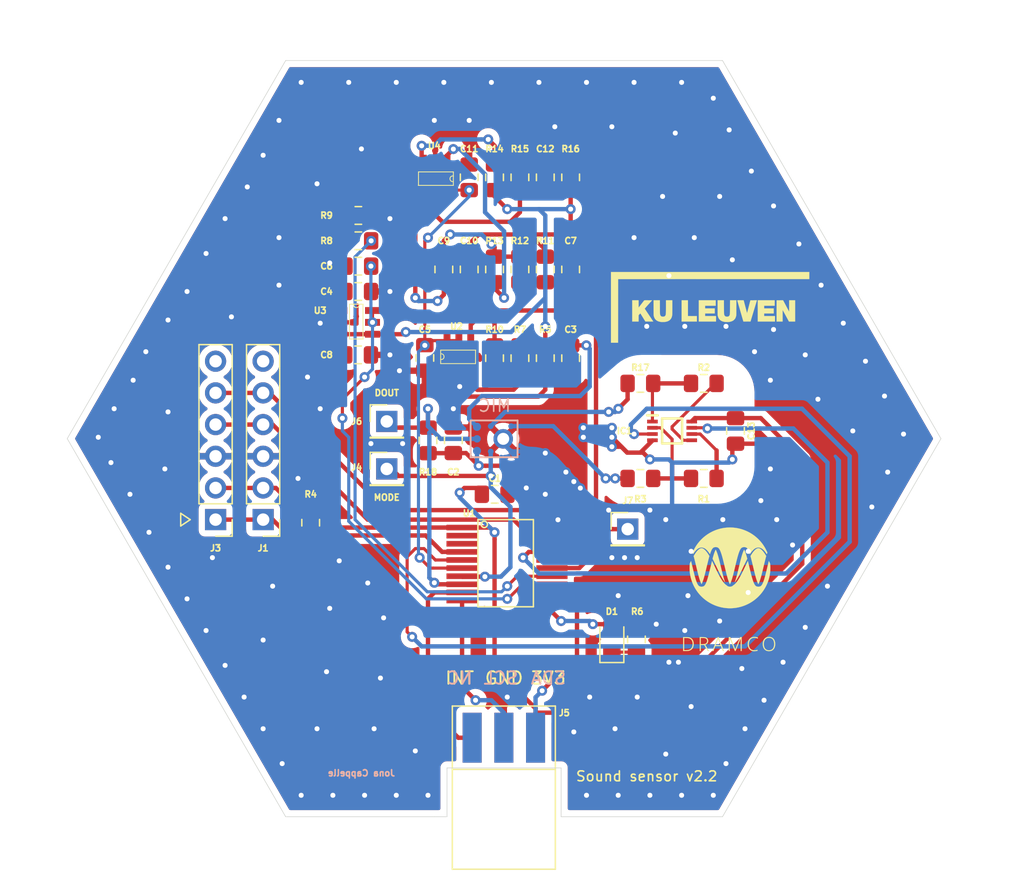
<source format=kicad_pcb>
(kicad_pcb (version 20171130) (host pcbnew "(5.1.6)-1")
  (layers (0 F.Cu signal) (31 B.Cu signal) (34 B.Paste user) (35 F.Paste user) (36 B.SilkS user) (37 F.SilkS user hide) (38 B.Mask user hide) (39 F.Mask user) (44 Edge.Cuts user))
  (net 0 "")
  (net 1 GND)
  (net 2 3V3)
  (net 3 VDDsensor)
  (net 4 "Net-(C3-Pad2)")
  (net 5 "Net-(C3-Pad1)")
  (net 6 Vanalog)
  (net 7 MCLR)
  (net 8 ICSPDAT)
  (net 9 ICSPCLK)
  (net 10 SDA)
  (net 11 SCL)
  (net 12 INT)
  (net 13 mode)
  (net 14 "Net-(D1-Pad1)")
  (net 15 LEDdebug)
  (net 16 "Net-(C7-Pad2)")
  (net 17 biasvoltage)
  (net 18 dout)
  (net 19 "Net-(R10-Pad2)")
  (net 20 "Net-(R14-Pad1)")
  (net 21 "Net-(C4-Pad1)")
  (net 22 VDDAMP)
  (net 23 VDDBIASAMP)
  (net 24 "Net-(C7-Pad1)")
  (net 25 "Net-(C9-Pad2)")
  (net 26 "Net-(C12-Pad2)")
  (net 27 "Net-(C10-Pad1)")
  (net 28 VDDBIAS)
  (net 29 "Net-(J1-Pad6)")
  (net 30 "Net-(J3-Pad6)")
  (net 31 "Net-(J5-Pad6)")
  (net 32 GA1)
  (net 33 GA2)
  (net 34 "Net-(IC1-Pad2)")
  (net 35 "Net-(IC1-Pad6)")
  (net 36 "Net-(IC1-Pad1)")
  (net 37 "Net-(IC1-Pad5)")
  (net 38 "Net-(U1-Pad2)")
  (net 39 "Net-(U1-Pad3)")
  (net 40 THRESHOLD2)
  (net 41 THRESHOLD1)
  (module SamacSys_Parts:logoDramco2 (layer F.Cu) (at 140.53312 90.02268)
    (fp_text reference G*** hide)
    (fp_text value LOGO hide)
  )
  (module SamacSys_Parts:logoKuleuven2 (layer F.Cu) (at 139.00912 67.41668)
    (fp_text reference G*** hide)
    (fp_text value LOGO hide)
  )
  (module Connector_PinHeader_2.54mm:PinHeader_1x01_P2.54mm_Vertical (layer F.Cu) (at 113.10112 76.56068)
    (fp_text reference J6 (at -2.413 0) (layer F.SilkS) (effects (font (size 0.5 0.5) (thickness 0.125))))
    (fp_text value Conn_01x01)
    (pad 1 thru_hole rect (at 0 0) (size 1.7 1.7) (drill 1) (layers *.Cu *.Mask) (net 18 dout))
  )
  (module Resistor_SMD:R_0805_2012Metric_Pad1.15x1.40mm_HandSolder (layer F.Cu) (at 116.40312 78.08468 90)
    (fp_text reference R18 (at -2.54 0 180) (layer F.SilkS) (effects (font (size 0.5 0.5) (thickness 0.125))))
    (fp_text value 500k)
    (pad 2 smd roundrect (at 1.025 0 90) (size 1.15 1.4) (layers F.Cu F.Paste F.Mask) (roundrect_rratio 0.217391) (net 18 dout))
    (pad 1 smd roundrect (at -1.025 0 90) (size 1.15 1.4) (layers F.Cu F.Paste F.Mask) (roundrect_rratio 0.217391) (net 3 VDDsensor))
  )
  (module SamacSys_Parts:SOP50P310X90-8N (layer F.Cu) (at 135.96112 77.32268)
    (fp_text reference IC1 (at -3.81 0) (layer F.SilkS) (effects (font (size 0.5 0.5) (thickness 0.125))))
    (fp_text value TS5A2066DCUR hide)
    (pad 8 smd rect (at 1.575 -0.75 90) (size 0.3 0.85) (layers F.Cu F.Paste F.Mask) (net 2 3V3))
    (pad 7 smd rect (at 1.575 -0.25 90) (size 0.3 0.85) (layers F.Cu F.Paste F.Mask) (net 41 THRESHOLD1))
    (pad 6 smd rect (at 1.575 0.25 90) (size 0.3 0.85) (layers F.Cu F.Paste F.Mask) (net 35 "Net-(IC1-Pad6)"))
    (pad 5 smd rect (at 1.575 0.75 90) (size 0.3 0.85) (layers F.Cu F.Paste F.Mask) (net 37 "Net-(IC1-Pad5)"))
    (pad 4 smd rect (at -1.575 0.75 90) (size 0.3 0.85) (layers F.Cu F.Paste F.Mask) (net 1 GND))
    (pad 3 smd rect (at -1.575 0.25 90) (size 0.3 0.85) (layers F.Cu F.Paste F.Mask) (net 40 THRESHOLD2))
    (pad 2 smd rect (at -1.575 -0.25 90) (size 0.3 0.85) (layers F.Cu F.Paste F.Mask) (net 34 "Net-(IC1-Pad2)"))
    (pad 1 smd rect (at -1.575 -0.75 90) (size 0.3 0.85) (layers F.Cu F.Paste F.Mask) (net 36 "Net-(IC1-Pad1)"))
  )
  (module Resistor_SMD:R_0805_2012Metric_Pad1.15x1.40mm_HandSolder (layer F.Cu) (at 133.42112 73.51268 180)
    (fp_text reference R17 (at 0 1.27) (layer F.SilkS) (effects (font (size 0.5 0.5) (thickness 0.125))))
    (fp_text value 9k)
    (pad 2 smd roundrect (at 1.025 0 180) (size 1.15 1.4) (layers F.Cu F.Paste F.Mask) (roundrect_rratio 0.217391) (net 33 GA2))
    (pad 1 smd roundrect (at -1.025 0 180) (size 1.15 1.4) (layers F.Cu F.Paste F.Mask) (roundrect_rratio 0.217391) (net 36 "Net-(IC1-Pad1)"))
  )
  (module Resistor_SMD:R_0805_2012Metric_Pad1.15x1.40mm_HandSolder (layer F.Cu) (at 133.42112 81.13268 180)
    (fp_text reference R3 (at 0 -1.65) (layer F.SilkS) (effects (font (size 0.5 0.5) (thickness 0.125))))
    (fp_text value 9k)
    (pad 2 smd roundrect (at 1.025 0 180) (size 1.15 1.4) (layers F.Cu F.Paste F.Mask) (roundrect_rratio 0.217391) (net 32 GA1))
    (pad 1 smd roundrect (at -1.025 0 180) (size 1.15 1.4) (layers F.Cu F.Paste F.Mask) (roundrect_rratio 0.217391) (net 34 "Net-(IC1-Pad2)"))
  )
  (module Resistor_SMD:R_0805_2012Metric_Pad1.15x1.40mm_HandSolder (layer F.Cu) (at 138.50112 73.51268 180)
    (fp_text reference R2 (at 0 1.27) (layer F.SilkS) (effects (font (size 0.5 0.5) (thickness 0.125))))
    (fp_text value 36k)
    (pad 2 smd roundrect (at 1.025 0 180) (size 1.15 1.4) (layers F.Cu F.Paste F.Mask) (roundrect_rratio 0.217391) (net 36 "Net-(IC1-Pad1)"))
    (pad 1 smd roundrect (at -1.025 0 180) (size 1.15 1.4) (layers F.Cu F.Paste F.Mask) (roundrect_rratio 0.217391) (net 37 "Net-(IC1-Pad5)"))
  )
  (module Resistor_SMD:R_0805_2012Metric_Pad1.15x1.40mm_HandSolder (layer F.Cu) (at 138.50112 81.13268 180)
    (fp_text reference R1 (at 0 -1.65) (layer F.SilkS) (effects (font (size 0.5 0.5) (thickness 0.125))))
    (fp_text value 36k)
    (pad 2 smd roundrect (at 1.025 0 180) (size 1.15 1.4) (layers F.Cu F.Paste F.Mask) (roundrect_rratio 0.217391) (net 34 "Net-(IC1-Pad2)"))
    (pad 1 smd roundrect (at -1.025 0 180) (size 1.15 1.4) (layers F.Cu F.Paste F.Mask) (roundrect_rratio 0.217391) (net 35 "Net-(IC1-Pad6)"))
  )
  (module Capacitor_SMD:C_0805_2012Metric_Pad1.15x1.40mm_HandSolder (layer F.Cu) (at 141.04112 77.32268 270)
    (fp_text reference C13 (at 0 -1.27 90) (layer F.SilkS) (effects (font (size 0.5 0.5) (thickness 0.125))))
    (fp_text value "100 nF")
    (pad 2 smd roundrect (at 1.025 0 270) (size 1.15 1.4) (layers F.Cu F.Paste F.Mask) (roundrect_rratio 0.217391) (net 1 GND))
    (pad 1 smd roundrect (at -1.025 0 270) (size 1.15 1.4) (layers F.Cu F.Paste F.Mask) (roundrect_rratio 0.217391) (net 2 3V3))
  )
  (module ConnectorHorizontalPcb:ConnectorHorizontalPcb (layer F.Cu) (at 125.02134 101.91852 270)
    (fp_text reference J5 (at -1.98984 -2.30378 180) (layer F.SilkS) (effects (font (size 0.5 0.5) (thickness 0.125))))
    (fp_text value Conn_02x03_Top_Bottom)
    (pad 6 smd rect (at 0 5.08 270) (size 4 1.524) (layers B.Cu B.Paste B.Mask) (net 31 "Net-(J5-Pad6)"))
    (pad 5 smd rect (at 0 2.54 270) (size 4 1.524) (layers B.Cu B.Paste B.Mask) (net 11 SCL))
    (pad 4 smd rect (at 0 0 270) (size 4 1.524) (layers B.Cu B.Paste B.Mask) (net 10 SDA))
    (pad 3 smd rect (at 0 5.08 270) (size 4 1.524) (layers F.Cu F.Paste F.Mask) (net 12 INT))
    (pad 2 smd rect (at 0 2.54 270) (size 4 1.524) (layers F.Cu F.Paste F.Mask) (net 1 GND))
    (pad 1 smd rect (at 0 0 270) (size 4 1.524) (layers F.Cu F.Paste F.Mask) (net 2 3V3))
  )
  (module Capacitor_SMD:C_0805_2012Metric_Pad1.15x1.40mm_HandSolder (layer F.Cu) (at 121.74612 82.40268)
    (fp_text reference C1 (at 0.009 -1.27) (layer F.SilkS) (effects (font (size 0.5 0.5) (thickness 0.125))))
    (fp_text value "100 nF")
    (pad 2 smd roundrect (at 1.025 0) (size 1.15 1.4) (layers F.Cu F.Paste F.Mask) (roundrect_rratio 0.217391) (net 1 GND))
    (pad 1 smd roundrect (at -1.025 0) (size 1.15 1.4) (layers F.Cu F.Paste F.Mask) (roundrect_rratio 0.217391) (net 2 3V3))
  )
  (module Capacitor_SMD:C_0805_2012Metric_Pad1.15x1.40mm_HandSolder (layer F.Cu) (at 118.43512 78.07568 90)
    (fp_text reference C2 (at -2.549 0 180) (layer F.SilkS) (effects (font (size 0.5 0.5) (thickness 0.125))))
    (fp_text value "100 nF")
    (pad 1 smd roundrect (at -1.025 0 90) (size 1.15 1.4) (layers F.Cu F.Paste F.Mask) (roundrect_rratio 0.217391) (net 3 VDDsensor))
    (pad 2 smd roundrect (at 1.025 0 90) (size 1.15 1.4) (layers F.Cu F.Paste F.Mask) (roundrect_rratio 0.217391) (net 1 GND))
  )
  (module Capacitor_SMD:C_0805_2012Metric_Pad1.15x1.40mm_HandSolder (layer F.Cu) (at 127.83312 71.48968 90)
    (fp_text reference C3 (at 2.295 0 180) (layer F.SilkS) (effects (font (size 0.5 0.5) (thickness 0.125))))
    (fp_text value 47n)
    (pad 2 smd roundrect (at 1.025 0 90) (size 1.15 1.4) (layers F.Cu F.Paste F.Mask) (roundrect_rratio 0.217391) (net 4 "Net-(C3-Pad2)"))
    (pad 1 smd roundrect (at -1.025 0 90) (size 1.15 1.4) (layers F.Cu F.Paste F.Mask) (roundrect_rratio 0.217391) (net 5 "Net-(C3-Pad1)"))
  )
  (module Capacitor_SMD:C_0805_2012Metric_Pad1.15x1.40mm_HandSolder (layer F.Cu) (at 116.14912 71.47168 270)
    (fp_text reference C5 (at -2.277 0 180) (layer F.SilkS) (effects (font (size 0.5 0.5) (thickness 0.125))))
    (fp_text value "100 nF")
    (pad 2 smd roundrect (at 1.025 0 270) (size 1.15 1.4) (layers F.Cu F.Paste F.Mask) (roundrect_rratio 0.217391) (net 1 GND))
    (pad 1 smd roundrect (at -1.025 0 270) (size 1.15 1.4) (layers F.Cu F.Paste F.Mask) (roundrect_rratio 0.217391) (net 22 VDDAMP))
  )
  (module Capacitor_SMD:C_0805_2012Metric_Pad1.15x1.40mm_HandSolder (layer F.Cu) (at 127.83312 64.37768 90)
    (fp_text reference C7 (at 2.295 0 180) (layer F.SilkS) (effects (font (size 0.5 0.5) (thickness 0.125))))
    (fp_text value 47n)
    (pad 1 smd roundrect (at -1.025 0 90) (size 1.15 1.4) (layers F.Cu F.Paste F.Mask) (roundrect_rratio 0.217391) (net 24 "Net-(C7-Pad1)"))
    (pad 2 smd roundrect (at 1.025 0 90) (size 1.15 1.4) (layers F.Cu F.Paste F.Mask) (roundrect_rratio 0.217391) (net 16 "Net-(C7-Pad2)"))
  )
  (module Capacitor_SMD:C_0805_2012Metric_Pad1.15x1.40mm_HandSolder (layer F.Cu) (at 110.82412 64.11468)
    (fp_text reference C6 (at -2.549 0) (layer F.SilkS) (effects (font (size 0.5 0.5) (thickness 0.125))))
    (fp_text value "100 nF")
    (pad 2 smd roundrect (at 1.025 0) (size 1.15 1.4) (layers F.Cu F.Paste F.Mask) (roundrect_rratio 0.217391) (net 23 VDDBIASAMP))
    (pad 1 smd roundrect (at -1.025 0) (size 1.15 1.4) (layers F.Cu F.Paste F.Mask) (roundrect_rratio 0.217391) (net 1 GND))
  )
  (module Capacitor_SMD:C_0805_2012Metric_Pad1.15x1.40mm_HandSolder (layer F.Cu) (at 117.67312 64.37768 90)
    (fp_text reference C9 (at 2.295 0 180) (layer F.SilkS) (effects (font (size 0.5 0.5) (thickness 0.125))))
    (fp_text value "2.2 nF")
    (pad 2 smd roundrect (at 1.025 0 90) (size 1.15 1.4) (layers F.Cu F.Paste F.Mask) (roundrect_rratio 0.217391) (net 25 "Net-(C9-Pad2)"))
    (pad 1 smd roundrect (at -1.025 0 90) (size 1.15 1.4) (layers F.Cu F.Paste F.Mask) (roundrect_rratio 0.217391) (net 26 "Net-(C12-Pad2)"))
  )
  (module Capacitor_SMD:C_0805_2012Metric_Pad1.15x1.40mm_HandSolder (layer F.Cu) (at 119.70512 64.37768 90)
    (fp_text reference C10 (at 2.295 0 180) (layer F.SilkS) (effects (font (size 0.5 0.5) (thickness 0.125))))
    (fp_text value "2.2 nF")
    (pad 1 smd roundrect (at -1.025 0 90) (size 1.15 1.4) (layers F.Cu F.Paste F.Mask) (roundrect_rratio 0.217391) (net 27 "Net-(C10-Pad1)"))
    (pad 2 smd roundrect (at 1.025 0 90) (size 1.15 1.4) (layers F.Cu F.Paste F.Mask) (roundrect_rratio 0.217391) (net 17 biasvoltage))
  )
  (module Capacitor_SMD:C_0805_2012Metric_Pad1.15x1.40mm_HandSolder (layer F.Cu) (at 119.70512 56.99368 90)
    (fp_text reference C11 (at 2.277 0 180) (layer F.SilkS) (effects (font (size 0.5 0.5) (thickness 0.125))))
    (fp_text value "100 nF")
    (pad 1 smd roundrect (at -1.025 0 90) (size 1.15 1.4) (layers F.Cu F.Paste F.Mask) (roundrect_rratio 0.217391) (net 22 VDDAMP))
    (pad 2 smd roundrect (at 1.025 0 90) (size 1.15 1.4) (layers F.Cu F.Paste F.Mask) (roundrect_rratio 0.217391) (net 1 GND))
  )
  (module Capacitor_SMD:C_0805_2012Metric_Pad1.15x1.40mm_HandSolder (layer F.Cu) (at 125.80112 56.99368 270)
    (fp_text reference C12 (at -2.277 0 180) (layer F.SilkS) (effects (font (size 0.5 0.5) (thickness 0.125))))
    (fp_text value 47n)
    (pad 1 smd roundrect (at -1.025 0 270) (size 1.15 1.4) (layers F.Cu F.Paste F.Mask) (roundrect_rratio 0.217391) (net 6 Vanalog))
    (pad 2 smd roundrect (at 1.025 0 270) (size 1.15 1.4) (layers F.Cu F.Paste F.Mask) (roundrect_rratio 0.217391) (net 26 "Net-(C12-Pad2)"))
  )
  (module LED_SMD:LED_0805_2012Metric_Pad1.15x1.40mm_HandSolder (layer F.Cu) (at 131.13512 94.03218 90)
    (fp_text reference D1 (at 2.2315 0 180) (layer F.SilkS) (effects (font (size 0.5 0.5) (thickness 0.125))))
    (fp_text value LED)
    (pad 1 smd roundrect (at -1.025 0 90) (size 1.15 1.4) (layers F.Cu F.Paste F.Mask) (roundrect_rratio 0.217391) (net 14 "Net-(D1-Pad1)"))
    (pad 2 smd roundrect (at 1.025 0 90) (size 1.15 1.4) (layers F.Cu F.Paste F.Mask) (roundrect_rratio 0.217391) (net 15 LEDdebug))
  )
  (module Connector_PinHeader_2.54mm:PinHeader_1x06_P2.54mm_Vertical (layer F.Cu) (at 103.19512 84.43468 180)
    (fp_text reference J1 (at 0 -2.286) (layer F.SilkS) (effects (font (size 0.5 0.5) (thickness 0.125))))
    (fp_text value ProgramPic)
    (pad 1 thru_hole rect (at 0 0 180) (size 1.7 1.7) (drill 1) (layers *.Cu *.Mask) (net 7 MCLR))
    (pad 2 thru_hole oval (at 0 2.54 180) (size 1.7 1.7) (drill 1) (layers *.Cu *.Mask) (net 2 3V3))
    (pad 3 thru_hole oval (at 0 5.08 180) (size 1.7 1.7) (drill 1) (layers *.Cu *.Mask) (net 1 GND))
    (pad 4 thru_hole oval (at 0 7.62 180) (size 1.7 1.7) (drill 1) (layers *.Cu *.Mask) (net 8 ICSPDAT))
    (pad 5 thru_hole oval (at 0 10.16 180) (size 1.7 1.7) (drill 1) (layers *.Cu *.Mask) (net 9 ICSPCLK))
    (pad 6 thru_hole oval (at 0 12.7 180) (size 1.7 1.7) (drill 1) (layers *.Cu *.Mask) (net 29 "Net-(J1-Pad6)"))
  )
  (module Connector_PinHeader_2.54mm:PinHeader_1x06_P2.54mm_Vertical (layer F.Cu) (at 99.38512 84.43468 180)
    (fp_text reference J3 (at 0 -2.286) (layer F.SilkS) (effects (font (size 0.5 0.5) (thickness 0.125))))
    (fp_text value ProgramPic)
    (pad 6 thru_hole oval (at 0 12.7 180) (size 1.7 1.7) (drill 1) (layers *.Cu *.Mask) (net 30 "Net-(J3-Pad6)"))
    (pad 5 thru_hole oval (at 0 10.16 180) (size 1.7 1.7) (drill 1) (layers *.Cu *.Mask) (net 9 ICSPCLK))
    (pad 4 thru_hole oval (at 0 7.62 180) (size 1.7 1.7) (drill 1) (layers *.Cu *.Mask) (net 8 ICSPDAT))
    (pad 3 thru_hole oval (at 0 5.08 180) (size 1.7 1.7) (drill 1) (layers *.Cu *.Mask) (net 1 GND))
    (pad 2 thru_hole oval (at 0 2.54 180) (size 1.7 1.7) (drill 1) (layers *.Cu *.Mask) (net 2 3V3))
    (pad 1 thru_hole rect (at 0 0 180) (size 1.7 1.7) (drill 1) (layers *.Cu *.Mask) (net 7 MCLR))
  )
  (module Connector_PinHeader_2.54mm:PinHeader_1x01_P2.54mm_Vertical (layer F.Cu) (at 132.40512 85.19668)
    (fp_text reference J7 (at 0 -2.286) (layer F.SilkS) (effects (font (size 0.5 0.5) (thickness 0.125))))
    (fp_text value VanalogTestPin)
    (pad 1 thru_hole rect (at 0 0) (size 1.7 1.7) (drill 1) (layers *.Cu *.Mask) (net 6 Vanalog))
  )
  (module vesper_vm1010:VESPER_VM1010 (layer B.Cu) (at 123.07062 78.97368 180)
    (fp_text reference MIC (at 1.3335 3.683 180) (layer B.SilkS) (effects (font (thickness 0.125)) (justify mirror)))
    (fp_text value VesperVM1010)
    (pad 4 smd circle (at 0 0 180) (size 0.46 0.46) (layers B.Cu B.Paste B.Mask) (net 1 GND))
    (pad 3 smd circle (at 0 2.03 180) (size 0.46 0.46) (layers B.Cu B.Paste B.Mask) (net 32 GA1))
    (pad 2 smd circle (at 1.64 2.03 180) (size 0.46 0.46) (layers B.Cu B.Paste B.Mask) (net 33 GA2))
    (pad 5 smd circle (at 1.64 0 180) (size 0.46 0.46) (layers B.Cu B.Paste B.Mask) (net 13 mode))
    (pad 8 thru_hole circle (at 0.64 1.015 180) (size 1.56 1.56) (drill 0.96) (layers *.Cu *.Mask) (net 1 GND))
    (pad 7 smd circle (at 2.74 1.015 180) (size 0.6 0.6) (layers B.Cu B.Paste B.Mask) (net 18 dout))
    (pad 1 smd circle (at 2.74 1.98 180) (size 0.65 0.65) (layers B.Cu B.Paste B.Mask) (net 4 "Net-(C3-Pad2)"))
    (pad 6 smd circle (at 2.74 0.05 180) (size 0.65 0.65) (layers B.Cu B.Paste B.Mask) (net 3 VDDsensor))
  )
  (module Resistor_SMD:R_0805_2012Metric_Pad1.15x1.40mm_HandSolder (layer F.Cu) (at 107.00512 84.67968 270)
    (fp_text reference R4 (at -2.277 0 180) (layer F.SilkS) (effects (font (size 0.5 0.5) (thickness 0.125))))
    (fp_text value 10k)
    (pad 2 smd roundrect (at 1.025 0 270) (size 1.15 1.4) (layers F.Cu F.Paste F.Mask) (roundrect_rratio 0.217391) (net 7 MCLR))
    (pad 1 smd roundrect (at -1.025 0 270) (size 1.15 1.4) (layers F.Cu F.Paste F.Mask) (roundrect_rratio 0.217391) (net 2 3V3))
  )
  (module Resistor_SMD:R_0805_2012Metric_Pad1.15x1.40mm_HandSolder (layer F.Cu) (at 133.10362 94.03218 90)
    (fp_text reference R6 (at 2.2315 0.0635 180) (layer F.SilkS) (effects (font (size 0.5 0.5) (thickness 0.125))))
    (fp_text value 470)
    (pad 2 smd roundrect (at 1.025 0 90) (size 1.15 1.4) (layers F.Cu F.Paste F.Mask) (roundrect_rratio 0.217391) (net 1 GND))
    (pad 1 smd roundrect (at -1.025 0 90) (size 1.15 1.4) (layers F.Cu F.Paste F.Mask) (roundrect_rratio 0.217391) (net 14 "Net-(D1-Pad1)"))
  )
  (module Resistor_SMD:R_0805_2012Metric_Pad1.15x1.40mm_HandSolder (layer F.Cu) (at 125.80112 71.48968 90)
    (fp_text reference R5 (at 2.295 0 180) (layer F.SilkS) (effects (font (size 0.5 0.5) (thickness 0.125))))
    (fp_text value 120k)
    (pad 1 smd roundrect (at -1.025 0 90) (size 1.15 1.4) (layers F.Cu F.Paste F.Mask) (roundrect_rratio 0.217391) (net 5 "Net-(C3-Pad1)"))
    (pad 2 smd roundrect (at 1.025 0 90) (size 1.15 1.4) (layers F.Cu F.Paste F.Mask) (roundrect_rratio 0.217391) (net 17 biasvoltage))
  )
  (module Resistor_SMD:R_0805_2012Metric_Pad1.15x1.40mm_HandSolder (layer F.Cu) (at 123.76912 71.48968 270)
    (fp_text reference R7 (at -2.295 0 180) (layer F.SilkS) (effects (font (size 0.5 0.5) (thickness 0.125))))
    (fp_text value 18k)
    (pad 2 smd roundrect (at 1.025 0 270) (size 1.15 1.4) (layers F.Cu F.Paste F.Mask) (roundrect_rratio 0.217391) (net 19 "Net-(R10-Pad2)"))
    (pad 1 smd roundrect (at -1.025 0 270) (size 1.15 1.4) (layers F.Cu F.Paste F.Mask) (roundrect_rratio 0.217391) (net 17 biasvoltage))
  )
  (module Resistor_SMD:R_0805_2012Metric_Pad1.15x1.40mm_HandSolder (layer F.Cu) (at 110.82412 62.08268 180)
    (fp_text reference R8 (at 2.549 0) (layer F.SilkS) (effects (font (size 0.5 0.5) (thickness 0.125))))
    (fp_text value 100k)
    (pad 1 smd roundrect (at -1.025 0 180) (size 1.15 1.4) (layers F.Cu F.Paste F.Mask) (roundrect_rratio 0.217391) (net 28 VDDBIAS))
    (pad 2 smd roundrect (at 1.025 0 180) (size 1.15 1.4) (layers F.Cu F.Paste F.Mask) (roundrect_rratio 0.217391) (net 21 "Net-(C4-Pad1)"))
  )
  (module Resistor_SMD:R_0805_2012Metric_Pad1.15x1.40mm_HandSolder (layer F.Cu) (at 110.82412 60.05068)
    (fp_text reference R9 (at -2.549 0) (layer F.SilkS) (effects (font (size 0.5 0.5) (thickness 0.125))))
    (fp_text value 100k)
    (pad 1 smd roundrect (at -1.025 0) (size 1.15 1.4) (layers F.Cu F.Paste F.Mask) (roundrect_rratio 0.217391) (net 21 "Net-(C4-Pad1)"))
    (pad 2 smd roundrect (at 1.025 0) (size 1.15 1.4) (layers F.Cu F.Paste F.Mask) (roundrect_rratio 0.217391) (net 1 GND))
  )
  (module Resistor_SMD:R_0805_2012Metric_Pad1.15x1.40mm_HandSolder (layer F.Cu) (at 121.73712 71.48968 270)
    (fp_text reference R10 (at -2.295 0 180) (layer F.SilkS) (effects (font (size 0.5 0.5) (thickness 0.125))))
    (fp_text value 560k)
    (pad 2 smd roundrect (at 1.025 0 270) (size 1.15 1.4) (layers F.Cu F.Paste F.Mask) (roundrect_rratio 0.217391) (net 19 "Net-(R10-Pad2)"))
    (pad 1 smd roundrect (at -1.025 0 270) (size 1.15 1.4) (layers F.Cu F.Paste F.Mask) (roundrect_rratio 0.217391) (net 16 "Net-(C7-Pad2)"))
  )
  (module Resistor_SMD:R_0805_2012Metric_Pad1.15x1.40mm_HandSolder (layer F.Cu) (at 125.80112 64.37768 90)
    (fp_text reference R11 (at 2.295 0 180) (layer F.SilkS) (effects (font (size 0.5 0.5) (thickness 0.125))))
    (fp_text value 120k)
    (pad 2 smd roundrect (at 1.025 0 90) (size 1.15 1.4) (layers F.Cu F.Paste F.Mask) (roundrect_rratio 0.217391) (net 17 biasvoltage))
    (pad 1 smd roundrect (at -1.025 0 90) (size 1.15 1.4) (layers F.Cu F.Paste F.Mask) (roundrect_rratio 0.217391) (net 24 "Net-(C7-Pad1)"))
  )
  (module Resistor_SMD:R_0805_2012Metric_Pad1.15x1.40mm_HandSolder (layer F.Cu) (at 123.76912 64.37768 270)
    (fp_text reference R12 (at -2.295 0 180) (layer F.SilkS) (effects (font (size 0.5 0.5) (thickness 0.125))))
    (fp_text value 10k)
    (pad 1 smd roundrect (at -1.025 0 270) (size 1.15 1.4) (layers F.Cu F.Paste F.Mask) (roundrect_rratio 0.217391) (net 25 "Net-(C9-Pad2)"))
    (pad 2 smd roundrect (at 1.025 0 270) (size 1.15 1.4) (layers F.Cu F.Paste F.Mask) (roundrect_rratio 0.217391) (net 24 "Net-(C7-Pad1)"))
  )
  (module Resistor_SMD:R_0805_2012Metric_Pad1.15x1.40mm_HandSolder (layer F.Cu) (at 121.73712 64.37768 90)
    (fp_text reference R13 (at 2.295 0 180) (layer F.SilkS) (effects (font (size 0.5 0.5) (thickness 0.125))))
    (fp_text value 10k)
    (pad 2 smd roundrect (at 1.025 0 90) (size 1.15 1.4) (layers F.Cu F.Paste F.Mask) (roundrect_rratio 0.217391) (net 25 "Net-(C9-Pad2)"))
    (pad 1 smd roundrect (at -1.025 0 90) (size 1.15 1.4) (layers F.Cu F.Paste F.Mask) (roundrect_rratio 0.217391) (net 27 "Net-(C10-Pad1)"))
  )
  (module Resistor_SMD:R_0805_2012Metric_Pad1.15x1.40mm_HandSolder (layer F.Cu) (at 121.73712 56.99368 270)
    (fp_text reference R14 (at -2.277 0 180) (layer F.SilkS) (effects (font (size 0.5 0.5) (thickness 0.125))))
    (fp_text value 2.7k)
    (pad 1 smd roundrect (at -1.025 0 270) (size 1.15 1.4) (layers F.Cu F.Paste F.Mask) (roundrect_rratio 0.217391) (net 20 "Net-(R14-Pad1)"))
    (pad 2 smd roundrect (at 1.025 0 270) (size 1.15 1.4) (layers F.Cu F.Paste F.Mask) (roundrect_rratio 0.217391) (net 17 biasvoltage))
  )
  (module Resistor_SMD:R_0805_2012Metric_Pad1.15x1.40mm_HandSolder (layer F.Cu) (at 123.76912 56.99368 90)
    (fp_text reference R15 (at 2.277 0 180) (layer F.SilkS) (effects (font (size 0.5 0.5) (thickness 0.125))))
    (fp_text value 1k)
    (pad 1 smd roundrect (at -1.025 0 90) (size 1.15 1.4) (layers F.Cu F.Paste F.Mask) (roundrect_rratio 0.217391) (net 26 "Net-(C12-Pad2)"))
    (pad 2 smd roundrect (at 1.025 0 90) (size 1.15 1.4) (layers F.Cu F.Paste F.Mask) (roundrect_rratio 0.217391) (net 20 "Net-(R14-Pad1)"))
  )
  (module Resistor_SMD:R_0805_2012Metric_Pad1.15x1.40mm_HandSolder (layer F.Cu) (at 127.83312 56.99368 270)
    (fp_text reference R16 (at -2.277 0 180) (layer F.SilkS) (effects (font (size 0.5 0.5) (thickness 0.125))))
    (fp_text value 120k)
    (pad 2 smd roundrect (at 1.025 0 270) (size 1.15 1.4) (layers F.Cu F.Paste F.Mask) (roundrect_rratio 0.217391) (net 17 biasvoltage))
    (pad 1 smd roundrect (at -1.025 0 270) (size 1.15 1.4) (layers F.Cu F.Paste F.Mask) (roundrect_rratio 0.217391) (net 6 Vanalog))
  )
  (module PIC16F18446SSOPPIN:PIC16F18446SSOP20PIN (layer F.Cu) (at 119.13362 85.06968)
    (fp_text reference U1 (at 0.5715 -1.143) (layer F.SilkS) (effects (font (size 0.5 0.5) (thickness 0.125))))
    (fp_text value PIC16F18446)
    (pad 1 smd rect (at 0 0) (size 2.5 0.45) (layers F.Cu F.Paste F.Mask) (net 2 3V3))
    (pad 2 smd rect (at 0 0.65) (size 2.5 0.45) (layers F.Cu F.Paste F.Mask) (net 38 "Net-(U1-Pad2)"))
    (pad 3 smd rect (at 0 1.3) (size 2.5 0.45) (layers F.Cu F.Paste F.Mask) (net 39 "Net-(U1-Pad3)"))
    (pad 4 smd rect (at 0 1.95) (size 2.5 0.45) (layers F.Cu F.Paste F.Mask) (net 7 MCLR))
    (pad 5 smd rect (at 0 2.6) (size 2.5 0.45) (layers F.Cu F.Paste F.Mask) (net 40 THRESHOLD2))
    (pad 6 smd rect (at 0 3.25) (size 2.5 0.45) (layers F.Cu F.Paste F.Mask) (net 22 VDDAMP))
    (pad 7 smd rect (at 0 3.9) (size 2.5 0.45) (layers F.Cu F.Paste F.Mask) (net 13 mode))
    (pad 8 smd rect (at 0 4.55) (size 2.5 0.45) (layers F.Cu F.Paste F.Mask) (net 18 dout))
    (pad 9 smd rect (at 0 5.2) (size 2.5 0.45) (layers F.Cu F.Paste F.Mask) (net 12 INT))
    (pad 10 smd rect (at 0 5.85) (size 2.5 0.45) (layers F.Cu F.Paste F.Mask) (net 11 SCL))
    (pad 11 smd rect (at 7.2 5.85) (size 2.5 0.45) (layers F.Cu F.Paste F.Mask) (net 15 LEDdebug))
    (pad 12 smd rect (at 7.2 5.2) (size 2.5 0.45) (layers F.Cu F.Paste F.Mask) (net 10 SDA))
    (pad 13 smd rect (at 7.2 4.55) (size 2.5 0.45) (layers F.Cu F.Paste F.Mask) (net 23 VDDBIASAMP))
    (pad 14 smd rect (at 7.2 3.9) (size 2.5 0.45) (layers F.Cu F.Paste F.Mask) (net 28 VDDBIAS))
    (pad 15 smd rect (at 7.2 3.25) (size 2.5 0.45) (layers F.Cu F.Paste F.Mask) (net 6 Vanalog))
    (pad 16 smd rect (at 7.2 2.6) (size 2.5 0.45) (layers F.Cu F.Paste F.Mask) (net 3 VDDsensor))
    (pad 17 smd rect (at 7.2 1.95) (size 2.5 0.45) (layers F.Cu F.Paste F.Mask) (net 41 THRESHOLD1))
    (pad 18 smd rect (at 7.2 1.3) (size 2.5 0.45) (layers F.Cu F.Paste F.Mask) (net 9 ICSPCLK))
    (pad 19 smd rect (at 7.2 0.65) (size 2.5 0.45) (layers F.Cu F.Paste F.Mask) (net 8 ICSPDAT))
    (pad 20 smd rect (at 7.2 0) (size 2.5 0.45) (layers F.Cu F.Paste F.Mask) (net 1 GND))
  )
  (module "tlv341-sot-23-6:TLV341 SOT-23-6" (layer F.Cu) (at 117.92712 72.49668)
    (fp_text reference U2 (at 0.762 -3.556 180) (layer F.SilkS) (effects (font (size 0.5 0.5) (thickness 0.125))))
    (fp_text value TLV341A)
    (pad 6 smd rect (at 0 -2.413) (size 0.55 1.2) (layers F.Cu F.Paste F.Mask) (net 22 VDDAMP))
    (pad 5 smd rect (at 0.95 -2.413) (size 0.55 1.2) (layers F.Cu F.Paste F.Mask) (net 22 VDDAMP))
    (pad 4 smd rect (at 1.9 -2.413) (size 0.55 1.2) (layers F.Cu F.Paste F.Mask) (net 16 "Net-(C7-Pad2)"))
    (pad 3 smd rect (at 1.9 0.2032) (size 0.55 1.2) (layers F.Cu F.Paste F.Mask) (net 19 "Net-(R10-Pad2)"))
    (pad 2 smd rect (at 0.95 0.2032) (size 0.55 1.2) (layers F.Cu F.Paste F.Mask) (net 1 GND))
    (pad 1 smd rect (at 0 0.2032) (size 0.55 1.2) (layers F.Cu F.Paste F.Mask) (net 5 "Net-(C3-Pad1)"))
  )
  (module "tlv341-sot-23-6:TLV341 SOT-23-6" (layer F.Cu) (at 109.54512 67.67068 270)
    (fp_text reference U3 (at 0 1.778) (layer F.SilkS) (effects (font (size 0.5 0.5) (thickness 0.125))))
    (fp_text value TLV341A)
    (pad 1 smd rect (at 0 0.2032 270) (size 0.55 1.2) (layers F.Cu F.Paste F.Mask) (net 21 "Net-(C4-Pad1)"))
    (pad 2 smd rect (at 0.95 0.2032 270) (size 0.55 1.2) (layers F.Cu F.Paste F.Mask) (net 1 GND))
    (pad 3 smd rect (at 1.9 0.2032 270) (size 0.55 1.2) (layers F.Cu F.Paste F.Mask) (net 17 biasvoltage))
    (pad 4 smd rect (at 1.9 -2.413 270) (size 0.55 1.2) (layers F.Cu F.Paste F.Mask) (net 17 biasvoltage))
    (pad 5 smd rect (at 0.95 -2.413 270) (size 0.55 1.2) (layers F.Cu F.Paste F.Mask) (net 23 VDDBIASAMP))
    (pad 6 smd rect (at 0 -2.413 270) (size 0.55 1.2) (layers F.Cu F.Paste F.Mask) (net 23 VDDBIASAMP))
  )
  (module "tlv341-sot-23-6:TLV341 SOT-23-6" (layer F.Cu) (at 117.92712 55.98668 180)
    (fp_text reference U4 (at 1.016 1.524 180) (layer F.SilkS) (effects (font (size 0.5 0.5) (thickness 0.125))))
    (fp_text value TLV341A)
    (pad 1 smd rect (at 0 0.2032 180) (size 0.55 1.2) (layers F.Cu F.Paste F.Mask) (net 27 "Net-(C10-Pad1)"))
    (pad 2 smd rect (at 0.95 0.2032 180) (size 0.55 1.2) (layers F.Cu F.Paste F.Mask) (net 1 GND))
    (pad 3 smd rect (at 1.9 0.2032 180) (size 0.55 1.2) (layers F.Cu F.Paste F.Mask) (net 20 "Net-(R14-Pad1)"))
    (pad 4 smd rect (at 1.9 -2.413 180) (size 0.55 1.2) (layers F.Cu F.Paste F.Mask) (net 26 "Net-(C12-Pad2)"))
    (pad 5 smd rect (at 0.95 -2.413 180) (size 0.55 1.2) (layers F.Cu F.Paste F.Mask) (net 22 VDDAMP))
    (pad 6 smd rect (at 0 -2.413 180) (size 0.55 1.2) (layers F.Cu F.Paste F.Mask) (net 22 VDDAMP))
  )
  (module Capacitor_SMD:C_0805_2012Metric_Pad1.15x1.40mm_HandSolder (layer F.Cu) (at 110.81512 66.14668)
    (fp_text reference C4 (at -2.54 0) (layer F.SilkS) (effects (font (size 0.5 0.5) (thickness 0.125))))
    (fp_text value "10 uF")
    (pad 1 smd roundrect (at -1.025 0) (size 1.15 1.4) (layers F.Cu F.Paste F.Mask) (roundrect_rratio 0.217391) (net 21 "Net-(C4-Pad1)"))
    (pad 2 smd roundrect (at 1.025 0) (size 1.15 1.4) (layers F.Cu F.Paste F.Mask) (roundrect_rratio 0.217391) (net 1 GND))
  )
  (module Capacitor_SMD:C_0805_2012Metric_Pad1.15x1.40mm_HandSolder (layer F.Cu) (at 110.80612 71.22668)
    (fp_text reference C8 (at -2.531 0) (layer F.SilkS) (effects (font (size 0.5 0.5) (thickness 0.125))))
    (fp_text value "10 uF")
    (pad 2 smd roundrect (at 1.025 0) (size 1.15 1.4) (layers F.Cu F.Paste F.Mask) (roundrect_rratio 0.217391) (net 1 GND))
    (pad 1 smd roundrect (at -1.025 0) (size 1.15 1.4) (layers F.Cu F.Paste F.Mask) (roundrect_rratio 0.217391) (net 17 biasvoltage))
  )
  (module Connector_PinHeader_2.54mm:PinHeader_1x01_P2.54mm_Vertical (layer F.Cu) (at 113.10112 80.37068)
    (fp_text reference J4 (at -2.413 -0.127) (layer F.SilkS) (effects (font (size 0.5 0.5) (thickness 0.125))))
    (fp_text value Conn_01x01)
    (pad 1 thru_hole rect (at 0 0) (size 1.7 1.7) (drill 1) (layers *.Cu *.Mask) (net 13 mode))
  )
  (gr_text "Jona Cappelle" (at 111.06912 104.75468) (layer B.SilkS) (effects (font (size 0.5 0.5) (thickness 0.125)) (justify mirror)))
  (gr_text MODE (at 113.10112 82.65668) (layer F.SilkS) (effects (font (size 0.5 0.5) (thickness 0.125))))
  (gr_text DOUT (at 113.10112 74.27468) (layer F.SilkS) (effects (font (size 0.5 0.5) (thickness 0.125))))
  (gr_text "Sound sensor v2.2\n" (at 133.92912 105.00868) (layer F.SilkS) (effects (font (size 0.8 0.8) (thickness 0.125))))
  (gr_line (start 97.35312 84.43468) (end 96.59112 83.92668) (layer F.SilkS) (width 0.12))
  (gr_line (start 96.59112 84.94268) (end 97.35312 84.43468) (layer F.SilkS) (width 0.12))
  (gr_line (start 96.59112 83.92668) (end 96.59112 84.94268) (layer F.SilkS) (width 0.12))
  (gr_text 3V3 (at 126.05512 97.13468) (layer F.SilkS) (effects (font (size 1 1))))
  (gr_text GND (at 122.49912 97.13468) (layer F.SilkS) (effects (font (size 1 1))))
  (gr_text INT (at 118.94312 97.13468) (layer F.SilkS) (effects (font (size 1 1))))
  (gr_text NC (at 118.94312 97.13468) (layer B.SilkS) (effects (font (size 1 1)) (justify mirror)))
  (gr_text SCL (at 122.24512 97.13468) (layer B.SilkS) (effects (font (size 1 1)) (justify mirror)))
  (gr_text SDA (at 126.05512 97.13468) (layer B.SilkS) (effects (font (size 1 1)) (justify mirror)))
  (gr_line (start 105 47.6311) (end 140 47.6311) (layer Edge.Cuts) (width 0.05))
  (gr_line (start 117.92712 104.33668) (end 127.07112 104.33668) (layer Edge.Cuts) (width 0.05))
  (gr_line (start 127.07112 108.2525) (end 140 108.2525) (layer Edge.Cuts) (width 0.05))
  (gr_line (start 127.07112 104.33668) (end 127.07112 108.2525) (layer Edge.Cuts) (width 0.05))
  (gr_line (start 117.92712 108.2525) (end 117.92712 104.33668) (layer Edge.Cuts) (width 0.05))
  (gr_line (start 116.91 108.2525) (end 117.92712 108.2525) (layer Edge.Cuts) (width 0.05))
  (gr_line (start 105 108.2525) (end 116.91 108.2525) (layer Edge.Cuts) (width 0.05))
  (gr_line (start 87.5 77.9418) (end 105 47.6311) (layer Edge.Cuts) (width 0.05))
  (gr_line (start 105 108.2525) (end 87.5 77.9418) (layer Edge.Cuts) (width 0.05))
  (gr_line (start 157.5 77.9418) (end 140 108.2525) (layer Edge.Cuts) (width 0.05))
  (gr_line (start 140 47.6311) (end 157.5 77.9418) (layer Edge.Cuts) (width 0.05))
  (via (at 131.65612 75.54468) (size 0.8) (drill 0.4) (layers F.Cu B.Cu) (net 33))
  (via (at 131.40212 81.13268) (size 0.8) (drill 0.4) (layers F.Cu B.Cu) (net 32))
  (via (at 131.13512 77.06868) (size 0.8) (drill 0.4) (layers F.Cu B.Cu) (net 1))
  (via (at 131.13512 77.83068) (size 0.8) (drill 0.4) (layers F.Cu B.Cu) (net 1))
  (via (at 131.13512 78.59268) (size 0.8) (drill 0.4) (layers F.Cu B.Cu) (net 1))
  (via (at 128.84912 77.06868) (size 0.8) (drill 0.4) (layers F.Cu B.Cu) (net 1))
  (segment (start 99.38512 79.35468) (end 103.19512 79.35468) (width 0.35) (layer F.Cu) (net 1))
  (via (at 124.27712 81.89468) (size 0.8) (drill 0.4) (layers F.Cu B.Cu) (net 1))
  (segment (start 122.75312 81.89468) (end 124.27712 81.89468) (width 0.35) (layer F.Cu) (net 1))
  (via (at 122.75312 98.65868) (size 0.8) (drill 0.4) (layers F.Cu B.Cu) (net 1))
  (segment (start 122.48134 101.91852) (end 122.48134 98.93046) (width 0.35) (layer F.Cu) (net 1))
  (segment (start 122.48134 98.93046) (end 122.75312 98.65868) (width 0.35) (layer F.Cu) (net 1))
  (segment (start 126.33362 85.06968) (end 126.33362 84.93118) (width 0.35) (layer F.Cu) (net 1))
  (via (at 126.81712 84.44768) (size 0.8) (drill 0.4) (layers F.Cu B.Cu) (net 1))
  (segment (start 126.33362 84.93118) (end 126.81712 84.44768) (width 0.35) (layer F.Cu) (net 1))
  (via (at 118.94312 73.76668) (size 0.8) (drill 0.4) (layers F.Cu B.Cu) (net 1))
  (segment (start 118.87712 72.69988) (end 118.87712 73.70068) (width 0.35) (layer F.Cu) (net 1))
  (segment (start 118.87712 73.70068) (end 118.94312 73.76668) (width 0.35) (layer F.Cu) (net 1))
  (via (at 107.76712 68.68668) (size 0.8) (drill 0.4) (layers F.Cu B.Cu) (net 1))
  (segment (start 109.34192 68.62068) (end 107.83312 68.62068) (width 0.35) (layer F.Cu) (net 1))
  (segment (start 107.83312 68.62068) (end 107.76712 68.68668) (width 0.35) (layer F.Cu) (net 1))
  (via (at 108.52912 63.86068) (size 0.8) (drill 0.4) (layers F.Cu B.Cu) (net 1))
  (segment (start 109.79912 64.11468) (end 108.78312 64.11468) (width 0.35) (layer F.Cu) (net 1))
  (segment (start 108.78312 64.11468) (end 108.52912 63.86068) (width 0.35) (layer F.Cu) (net 1))
  (via (at 113.35512 60.30468) (size 0.8) (drill 0.4) (layers F.Cu B.Cu) (net 1))
  (segment (start 111.84912 60.05068) (end 113.10112 60.05068) (width 0.35) (layer F.Cu) (net 1))
  (segment (start 113.10112 60.05068) (end 113.35512 60.30468) (width 0.35) (layer F.Cu) (net 1))
  (via (at 114.11712 72.49668) (size 0.8) (drill 0.4) (layers F.Cu B.Cu) (net 1))
  (segment (start 116.14912 72.49668) (end 114.11712 72.49668) (width 0.35) (layer F.Cu) (net 1))
  (via (at 118.43512 75.54468) (size 0.8) (drill 0.4) (layers F.Cu B.Cu) (net 1))
  (segment (start 118.43512 77.05068) (end 118.43512 75.54468) (width 0.35) (layer F.Cu) (net 1))
  (segment (start 116.97712 52.49668) (end 116.91112 52.43068) (width 0.35) (layer F.Cu) (net 1))
  (via (at 116.91112 52.43068) (size 0.8) (drill 0.4) (layers F.Cu B.Cu) (net 1))
  (segment (start 116.97712 55.78348) (end 116.97712 52.49668) (width 0.35) (layer F.Cu) (net 1))
  (segment (start 119.70512 55.96868) (end 119.70512 52.43068) (width 0.35) (layer F.Cu) (net 1))
  (via (at 119.70512 52.43068) (size 0.8) (drill 0.4) (layers F.Cu B.Cu) (net 1))
  (via (at 125.80112 79.10068) (size 0.8) (drill 0.4) (layers F.Cu B.Cu) (net 1))
  (segment (start 123.07062 78.97368) (end 125.67412 78.97368) (width 0.35) (layer B.Cu) (net 1))
  (segment (start 125.67412 78.97368) (end 125.80112 79.10068) (width 0.35) (layer B.Cu) (net 1))
  (segment (start 134.50062 93.00718) (end 134.69112 92.81668) (width 0.35) (layer F.Cu) (net 1))
  (segment (start 133.10362 93.00718) (end 134.50062 93.00718) (width 0.35) (layer F.Cu) (net 1))
  (via (at 134.69112 92.81668) (size 0.8) (drill 0.4) (layers F.Cu B.Cu) (net 1))
  (via (at 113.35512 71.22668) (size 0.8) (drill 0.4) (layers F.Cu B.Cu) (net 1))
  (segment (start 111.83112 71.22668) (end 113.35512 71.22668) (width 0.35) (layer F.Cu) (net 1))
  (segment (start 111.95812 66.25568) (end 111.84912 66.14668) (width 0.35) (layer F.Cu) (net 1))
  (via (at 113.35512 66.14668) (size 0.8) (drill 0.4) (layers F.Cu B.Cu) (net 1))
  (segment (start 111.84012 66.14668) (end 113.35512 66.14668) (width 0.35) (layer F.Cu) (net 1))
  (segment (start 116.14912 73.25868) (end 118.43512 75.54468) (width 0.35) (layer F.Cu) (net 1))
  (segment (start 116.14912 72.49668) (end 116.14912 73.25868) (width 0.35) (layer F.Cu) (net 1))
  (segment (start 133.42112 79.062681) (end 134.38612 78.097681) (width 0.35) (layer F.Cu) (net 1))
  (segment (start 126.81712 84.43468) (end 126.81712 84.44768) (width 0.35) (layer B.Cu) (net 1))
  (segment (start 124.27712 81.89468) (end 126.81712 84.43468) (width 0.35) (layer B.Cu) (net 1))
  (segment (start 125.80112 80.37068) (end 124.27712 81.89468) (width 0.35) (layer B.Cu) (net 1))
  (segment (start 125.80112 79.10068) (end 125.80112 80.37068) (width 0.35) (layer B.Cu) (net 1))
  (segment (start 135.96112 79.86268) (end 135.96112 83.67268) (width 0.35) (layer B.Cu) (net 1))
  (via (at 128.84912 77.83068) (size 0.8) (drill 0.4) (layers F.Cu B.Cu) (net 1))
  (segment (start 122.43062 78.33368) (end 122.84837 78.75143) (width 0.35) (layer B.Cu) (net 1))
  (segment (start 122.43062 77.95868) (end 122.43062 78.33368) (width 0.35) (layer B.Cu) (net 1))
  (segment (start 122.84837 78.75143) (end 123.07062 78.97368) (width 0.35) (layer B.Cu) (net 1))
  (via (at 129.10312 106.53268) (size 0.8) (drill 0.4) (layers F.Cu B.Cu) (net 1))
  (via (at 131.64312 106.53268) (size 0.8) (drill 0.4) (layers F.Cu B.Cu) (net 1))
  (via (at 134.18312 106.53268) (size 0.8) (drill 0.4) (layers F.Cu B.Cu) (net 1))
  (via (at 136.72312 106.53268) (size 0.8) (drill 0.4) (layers F.Cu B.Cu) (net 1))
  (via (at 139.26312 106.53268) (size 0.8) (drill 0.4) (layers F.Cu B.Cu) (net 1))
  (via (at 116.40312 106.53268) (size 0.8) (drill 0.4) (layers F.Cu B.Cu) (net 1))
  (via (at 113.86312 106.53268) (size 0.8) (drill 0.4) (layers F.Cu B.Cu) (net 1))
  (via (at 111.32312 106.53268) (size 0.8) (drill 0.4) (layers F.Cu B.Cu) (net 1))
  (via (at 108.78312 106.53268) (size 0.8) (drill 0.4) (layers F.Cu B.Cu) (net 1))
  (via (at 106.24312 106.53268) (size 0.8) (drill 0.4) (layers F.Cu B.Cu) (net 1))
  (via (at 106.24312 49.38268) (size 0.8) (drill 0.4) (layers F.Cu B.Cu) (net 1))
  (via (at 110.05312 49.38268) (size 0.8) (drill 0.4) (layers F.Cu B.Cu) (net 1))
  (via (at 113.86312 49.38268) (size 0.8) (drill 0.4) (layers F.Cu B.Cu) (net 1))
  (via (at 117.67312 49.38268) (size 0.8) (drill 0.4) (layers F.Cu B.Cu) (net 1))
  (via (at 121.48312 49.38268) (size 0.8) (drill 0.4) (layers F.Cu B.Cu) (net 1))
  (via (at 125.29312 49.38268) (size 0.8) (drill 0.4) (layers F.Cu B.Cu) (net 1))
  (via (at 129.10312 49.38268) (size 0.8) (drill 0.4) (layers F.Cu B.Cu) (net 1))
  (via (at 132.91312 49.38268) (size 0.8) (drill 0.4) (layers F.Cu B.Cu) (net 1))
  (via (at 136.72312 49.38268) (size 0.8) (drill 0.4) (layers F.Cu B.Cu) (net 1))
  (via (at 139.26312 50.65268) (size 0.8) (drill 0.4) (layers F.Cu B.Cu) (net 1))
  (via (at 140.53312 53.19268) (size 0.8) (drill 0.4) (layers F.Cu B.Cu) (net 1))
  (via (at 142.31112 56.49468) (size 0.8) (drill 0.4) (layers F.Cu B.Cu) (net 1))
  (via (at 144.08912 59.28868) (size 0.8) (drill 0.4) (layers F.Cu B.Cu) (net 1))
  (via (at 146.12112 62.33668) (size 0.8) (drill 0.4) (layers F.Cu B.Cu) (net 1))
  (via (at 147.89912 65.63868) (size 0.8) (drill 0.4) (layers F.Cu B.Cu) (net 1))
  (via (at 149.67712 68.68668) (size 0.8) (drill 0.4) (layers F.Cu B.Cu) (net 1))
  (via (at 151.45512 71.73468) (size 0.8) (drill 0.4) (layers F.Cu B.Cu) (net 1))
  (via (at 152.97912 74.52868) (size 0.8) (drill 0.4) (layers F.Cu B.Cu) (net 1))
  (via (at 154.50312 77.57668) (size 0.8) (drill 0.4) (layers F.Cu B.Cu) (net 1))
  (via (at 153.23312 80.62468) (size 0.8) (drill 0.4) (layers F.Cu B.Cu) (net 1))
  (via (at 151.96312 83.41868) (size 0.8) (drill 0.4) (layers F.Cu B.Cu) (net 1))
  (via (at 148.40712 89.76868) (size 0.8) (drill 0.4) (layers F.Cu B.Cu) (net 1))
  (via (at 146.62912 93.07068) (size 0.8) (drill 0.4) (layers F.Cu B.Cu) (net 1))
  (via (at 144.85112 95.86468) (size 0.8) (drill 0.4) (layers F.Cu B.Cu) (net 1))
  (via (at 143.32712 98.91268) (size 0.8) (drill 0.4) (layers F.Cu B.Cu) (net 1))
  (via (at 141.80312 101.19868) (size 0.8) (drill 0.4) (layers F.Cu B.Cu) (net 1))
  (via (at 140.27912 103.99268) (size 0.8) (drill 0.4) (layers F.Cu B.Cu) (net 1))
  (via (at 104.71912 103.99268) (size 0.8) (drill 0.4) (layers F.Cu B.Cu) (net 1))
  (via (at 103.19512 101.19868) (size 0.8) (drill 0.4) (layers F.Cu B.Cu) (net 1))
  (via (at 101.67112 98.65868) (size 0.8) (drill 0.4) (layers F.Cu B.Cu) (net 1))
  (via (at 100.14712 96.11868) (size 0.8) (drill 0.4) (layers F.Cu B.Cu) (net 1))
  (via (at 98.62312 93.32468) (size 0.8) (drill 0.4) (layers F.Cu B.Cu) (net 1))
  (via (at 97.09912 90.78468) (size 0.8) (drill 0.4) (layers F.Cu B.Cu) (net 1))
  (via (at 95.57512 88.24468) (size 0.8) (drill 0.4) (layers F.Cu B.Cu) (net 1))
  (via (at 94.05112 85.45068) (size 0.8) (drill 0.4) (layers F.Cu B.Cu) (net 1))
  (via (at 92.52712 82.40268) (size 0.8) (drill 0.4) (layers F.Cu B.Cu) (net 1))
  (via (at 91.00312 79.86268) (size 0.8) (drill 0.4) (layers F.Cu B.Cu) (net 1))
  (via (at 89.98712 77.83068) (size 0.8) (drill 0.4) (layers F.Cu B.Cu) (net 1))
  (via (at 91.25712 75.54468) (size 0.8) (drill 0.4) (layers F.Cu B.Cu) (net 1))
  (via (at 92.78112 73.25868) (size 0.8) (drill 0.4) (layers F.Cu B.Cu) (net 1))
  (via (at 93.79712 70.97268) (size 0.8) (drill 0.4) (layers F.Cu B.Cu) (net 1))
  (via (at 95.57512 68.43268) (size 0.8) (drill 0.4) (layers F.Cu B.Cu) (net 1))
  (via (at 97.09912 66.14668) (size 0.8) (drill 0.4) (layers F.Cu B.Cu) (net 1))
  (via (at 98.62312 63.09868) (size 0.8) (drill 0.4) (layers F.Cu B.Cu) (net 1))
  (via (at 100.14712 60.30468) (size 0.8) (drill 0.4) (layers F.Cu B.Cu) (net 1))
  (via (at 101.92512 57.76468) (size 0.8) (drill 0.4) (layers F.Cu B.Cu) (net 1))
  (via (at 103.19512 55.22468) (size 0.8) (drill 0.4) (layers F.Cu B.Cu) (net 1))
  (via (at 104.46512 52.43068) (size 0.8) (drill 0.4) (layers F.Cu B.Cu) (net 1))
  (segment (start 125.80112 79.10068) (end 127.45212 80.75168) (width 0.35) (layer B.Cu) (net 1))
  (via (at 125.80112 82.40268) (size 0.8) (drill 0.4) (layers F.Cu B.Cu) (net 1))
  (via (at 131.13512 87.48268) (size 0.8) (drill 0.4) (layers F.Cu B.Cu) (net 1))
  (via (at 132.15112 87.48268) (size 0.8) (drill 0.4) (layers F.Cu B.Cu) (net 1))
  (via (at 133.16712 87.48268) (size 0.8) (drill 0.4) (layers F.Cu B.Cu) (net 1))
  (via (at 130.88112 83.67268) (size 0.8) (drill 0.4) (layers F.Cu B.Cu) (net 1))
  (via (at 135.45312 84.43468) (size 0.8) (drill 0.4) (layers F.Cu B.Cu) (net 1))
  (via (at 137.48512 86.97468) (size 0.8) (drill 0.4) (layers F.Cu B.Cu) (net 1))
  (via (at 140.02512 84.43468) (size 0.8) (drill 0.4) (layers F.Cu B.Cu) (net 1))
  (via (at 142.05712 86.97468) (size 0.8) (drill 0.4) (layers F.Cu B.Cu) (net 1))
  (via (at 144.34312 84.43468) (size 0.8) (drill 0.4) (layers F.Cu B.Cu) (net 1))
  (via (at 145.61312 86.46668) (size 0.8) (drill 0.4) (layers F.Cu B.Cu) (net 1))
  (via (at 133.16712 98.65868) (size 0.8) (drill 0.4) (layers F.Cu B.Cu) (net 1))
  (via (at 129.35712 98.65868) (size 0.8) (drill 0.4) (layers F.Cu B.Cu) (net 1))
  (via (at 131.38912 101.19868) (size 0.8) (drill 0.4) (layers F.Cu B.Cu) (net 1))
  (via (at 137.48512 99.42068) (size 0.8) (drill 0.4) (layers F.Cu B.Cu) (net 1))
  (via (at 139.77112 92.56268) (size 0.8) (drill 0.4) (layers F.Cu B.Cu) (net 1))
  (via (at 142.05712 90.27668) (size 0.8) (drill 0.4) (layers F.Cu B.Cu) (net 1))
  (via (at 137.23112 90.53068) (size 0.8) (drill 0.4) (layers F.Cu B.Cu) (net 1))
  (via (at 131.64312 90.53068) (size 0.8) (drill 0.4) (layers F.Cu B.Cu) (net 1))
  (via (at 109.29112 87.73668) (size 0.8) (drill 0.4) (layers F.Cu B.Cu) (net 1))
  (via (at 111.57712 89.51468) (size 0.8) (drill 0.4) (layers F.Cu B.Cu) (net 1))
  (via (at 112.84712 92.30868) (size 0.8) (drill 0.4) (layers F.Cu B.Cu) (net 1))
  (via (at 112.08512 101.19868) (size 0.8) (drill 0.4) (layers F.Cu B.Cu) (net 1))
  (via (at 108.27512 96.62668) (size 0.8) (drill 0.4) (layers F.Cu B.Cu) (net 1))
  (via (at 103.95712 89.76868) (size 0.8) (drill 0.4) (layers F.Cu B.Cu) (net 1))
  (via (at 95.57512 75.79868) (size 0.8) (drill 0.4) (layers F.Cu B.Cu) (net 1))
  (via (at 100.65512 68.17868) (size 0.8) (drill 0.4) (layers F.Cu B.Cu) (net 1))
  (via (at 104.46512 61.82868) (size 0.8) (drill 0.4) (layers F.Cu B.Cu) (net 1))
  (via (at 107.51312 57.51068) (size 0.8) (drill 0.4) (layers F.Cu B.Cu) (net 1))
  (via (at 111.06912 54.71668) (size 0.8) (drill 0.4) (layers F.Cu B.Cu) (net 1))
  (via (at 126.56312 52.93868) (size 0.8) (drill 0.4) (layers F.Cu B.Cu) (net 1))
  (via (at 131.13512 52.93868) (size 0.8) (drill 0.4) (layers F.Cu B.Cu) (net 1))
  (via (at 136.21512 53.44668) (size 0.8) (drill 0.4) (layers F.Cu B.Cu) (net 1))
  (via (at 133.92912 68.94068) (size 0.8) (drill 0.4) (layers F.Cu B.Cu) (net 1))
  (via (at 136.97712 68.94068) (size 0.8) (drill 0.4) (layers F.Cu B.Cu) (net 1))
  (via (at 140.27912 68.94068) (size 0.8) (drill 0.4) (layers F.Cu B.Cu) (net 1))
  (via (at 144.08912 69.19468) (size 0.8) (drill 0.4) (layers F.Cu B.Cu) (net 1))
  (via (at 146.62912 71.22668) (size 0.8) (drill 0.4) (layers F.Cu B.Cu) (net 1))
  (via (at 147.64512 74.78268) (size 0.8) (drill 0.4) (layers F.Cu B.Cu) (net 1))
  (via (at 150.43912 77.32268) (size 0.8) (drill 0.4) (layers F.Cu B.Cu) (net 1))
  (via (at 141.54912 96.37268) (size 0.8) (drill 0.4) (layers F.Cu B.Cu) (net 1))
  (via (at 135.45312 103.23068) (size 0.8) (drill 0.4) (layers F.Cu B.Cu) (net 1))
  (via (at 128.08712 101.45268) (size 0.8) (drill 0.4) (layers F.Cu B.Cu) (net 1))
  (via (at 135.19912 58.52668) (size 0.8) (drill 0.4) (layers F.Cu B.Cu) (net 1))
  (via (at 139.77112 58.52668) (size 0.8) (drill 0.4) (layers F.Cu B.Cu) (net 1))
  (via (at 135.70712 64.87668) (size 0.8) (drill 0.4) (layers F.Cu B.Cu) (net 1))
  (via (at 140.78712 63.60668) (size 0.8) (drill 0.4) (layers F.Cu B.Cu) (net 1))
  (via (at 132.91312 61.82868) (size 0.8) (drill 0.4) (layers F.Cu B.Cu) (net 1))
  (via (at 107.51312 101.19868) (size 0.8) (drill 0.4) (layers F.Cu B.Cu) (net 1))
  (via (at 112.59312 97.13468) (size 0.8) (drill 0.4) (layers F.Cu B.Cu) (net 1))
  (via (at 108.52912 91.54668) (size 0.8) (drill 0.4) (layers F.Cu B.Cu) (net 1))
  (via (at 103.19512 94.08668) (size 0.8) (drill 0.4) (layers F.Cu B.Cu) (net 1))
  (via (at 99.13112 87.48268) (size 0.8) (drill 0.4) (layers F.Cu B.Cu) (net 1))
  (via (at 140.78712 79.60868) (size 0.8) (drill 0.4) (layers F.Cu B.Cu) (net 1))
  (segment (start 135.96112 79.86268) (end 140.53312 79.86268) (width 0.35) (layer B.Cu) (net 1))
  (segment (start 140.53312 79.86268) (end 140.78712 79.60868) (width 0.35) (layer B.Cu) (net 1))
  (segment (start 140.78712 78.60168) (end 141.04112 78.34768) (width 0.35) (layer F.Cu) (net 1))
  (segment (start 140.78712 79.60868) (end 140.78712 78.60168) (width 0.35) (layer F.Cu) (net 1))
  (via (at 135.70712 95.86468) (size 0.8) (drill 0.4) (layers F.Cu B.Cu) (net 1))
  (via (at 136.46912 95.86468) (size 0.8) (drill 0.4) (layers F.Cu B.Cu) (net 1))
  (via (at 136.97712 93.32468) (size 0.8) (drill 0.4) (layers F.Cu B.Cu) (net 1))
  (via (at 115.38712 102.97668) (size 0.8) (drill 0.4) (layers F.Cu B.Cu) (net 1))
  (via (at 111.83112 78.33868) (size 0.8) (drill 0.4) (layers F.Cu B.Cu) (net 1))
  (via (at 114.37112 78.33868) (size 0.8) (drill 0.4) (layers F.Cu B.Cu) (net 1))
  (via (at 107.76712 75.54468) (size 0.8) (drill 0.4) (layers F.Cu B.Cu) (net 1))
  (via (at 106.75112 73.00468) (size 0.8) (drill 0.4) (layers F.Cu B.Cu) (net 1))
  (via (at 105.98912 81.13268) (size 0.8) (drill 0.4) (layers F.Cu B.Cu) (net 1))
  (segment (start 132.367121 79.062681) (end 133.42112 79.062681) (width 0.35) (layer F.Cu) (net 1))
  (segment (start 131.13512 77.83068) (end 131.89712 78.59268) (width 0.35) (layer F.Cu) (net 1))
  (segment (start 131.13512 78.59268) (end 131.89712 78.59268) (width 0.35) (layer F.Cu) (net 1))
  (segment (start 131.89712 78.59268) (end 132.367121 79.062681) (width 0.35) (layer F.Cu) (net 1))
  (segment (start 131.13512 77.83068) (end 132.367121 79.062681) (width 0.35) (layer F.Cu) (net 1))
  (segment (start 131.13512 77.06868) (end 131.13512 77.83068) (width 0.35) (layer F.Cu) (net 1))
  (via (at 137.73912 61.82868) (size 0.8) (drill 0.4) (layers F.Cu B.Cu) (net 1))
  (segment (start 141.04112 78.34768) (end 142.57412 78.34768) (width 0.35) (layer F.Cu) (net 1))
  (via (at 143.83512 80.37068) (size 0.8) (drill 0.4) (layers F.Cu B.Cu) (net 1))
  (via (at 143.07312 82.91068) (size 0.8) (drill 0.4) (layers F.Cu B.Cu) (net 1))
  (via (at 143.83512 73.25868) (size 0.8) (drill 0.4) (layers F.Cu B.Cu) (net 1))
  (via (at 142.56512 70.97268) (size 0.8) (drill 0.4) (layers F.Cu B.Cu) (net 1))
  (segment (start 127.45212 80.75168) (end 128.21412 81.51368) (width 0.35) (layer B.Cu) (net 1))
  (via (at 127.45212 80.62468) (size 0.8) (drill 0.4) (layers F.Cu B.Cu) (net 1))
  (via (at 95.32112 80.37068) (size 0.8) (drill 0.4) (layers F.Cu B.Cu) (net 1))
  (via (at 104.46512 65.63868) (size 0.8) (drill 0.4) (layers F.Cu B.Cu) (net 1))
  (via (at 134.18312 79.60868) (size 0.8) (drill 0.4) (layers F.Cu B.Cu) (net 1))
  (segment (start 133.42112 79.062681) (end 133.637121 79.062681) (width 0.35) (layer F.Cu) (net 1))
  (segment (start 133.637121 79.062681) (end 134.18312 79.60868) (width 0.35) (layer F.Cu) (net 1))
  (segment (start 135.70712 79.60868) (end 135.96112 79.86268) (width 0.35) (layer B.Cu) (net 1))
  (segment (start 134.18312 79.60868) (end 135.70712 79.60868) (width 0.35) (layer B.Cu) (net 1))
  (segment (start 128.21412 81.51368) (end 128.608121 81.907681) (width 0.35) (layer B.Cu) (net 1))
  (via (at 128.08712 81.38668) (size 0.8) (drill 0.4) (layers F.Cu B.Cu) (net 1))
  (segment (start 128.608121 81.907681) (end 128.608121 81.907681) (width 0.35) (layer B.Cu) (net 1))
  (via (at 128.608121 81.907681) (size 0.8) (drill 0.4) (layers F.Cu B.Cu) (net 1))
  (via (at 134.18312 83.67268) (size 0.8) (drill 0.4) (layers F.Cu B.Cu) (net 1))
  (segment (start 125.02134 99.56852) (end 125.0315 99.55836) (width 0.35) (layer F.Cu) (net 2))
  (segment (start 103.19512 81.89468) (end 99.38512 81.89468) (width 0.35) (layer F.Cu) (net 2))
  (segment (start 104.21112 81.89468) (end 103.95712 81.89468) (width 0.35) (layer F.Cu) (net 2))
  (segment (start 107.00512 83.65468) (end 105.97112 83.65468) (width 0.35) (layer F.Cu) (net 2))
  (segment (start 103.95712 81.89468) (end 103.19512 81.89468) (width 0.35) (layer F.Cu) (net 2))
  (segment (start 105.97112 83.65468) (end 104.21112 81.89468) (width 0.35) (layer F.Cu) (net 2))
  (segment (start 108.42012 85.06968) (end 107.00512 83.65468) (width 0.35) (layer F.Cu) (net 2))
  (segment (start 119.13362 85.06968) (end 108.42012 85.06968) (width 0.35) (layer F.Cu) (net 2))
  (segment (start 119.13362 85.06968) (end 121.35612 85.06968) (width 0.35) (layer F.Cu) (net 2))
  (segment (start 121.73712 96.2843) (end 121.73712 86.016365) (width 0.35) (layer F.Cu) (net 2))
  (segment (start 121.35612 85.06968) (end 121.73712 85.45068) (width 0.35) (layer F.Cu) (net 2))
  (via (at 121.73712 85.45068) (size 0.8) (drill 0.4) (layers F.Cu B.Cu) (net 2))
  (segment (start 125.02134 99.56852) (end 121.73712 96.2843) (width 0.35) (layer F.Cu) (net 2))
  (segment (start 121.73712 86.016365) (end 121.73712 85.45068) (width 0.35) (layer F.Cu) (net 2))
  (segment (start 118.94312 82.65668) (end 118.94312 82.27568) (width 0.35) (layer B.Cu) (net 2))
  (segment (start 120.70312 81.89468) (end 119.32412 81.89468) (width 0.35) (layer F.Cu) (net 2))
  (segment (start 121.73712 85.45068) (end 118.94312 82.65668) (width 0.35) (layer B.Cu) (net 2))
  (via (at 118.94312 82.27568) (size 0.8) (drill 0.4) (layers F.Cu B.Cu) (net 2))
  (segment (start 119.32412 81.89468) (end 118.94312 82.27568) (width 0.35) (layer F.Cu) (net 2))
  (segment (start 137.786119 76.29768) (end 137.53612 76.547679) (width 0.35) (layer F.Cu) (net 2))
  (segment (start 141.04112 76.29768) (end 137.786119 76.29768) (width 0.35) (layer F.Cu) (net 2))
  (segment (start 125.02134 99.9109) (end 134.4549 99.9109) (width 0.35) (layer F.Cu) (net 2))
  (segment (start 125.02134 99.9109) (end 125.02134 99.56852) (width 0.35) (layer F.Cu) (net 2))
  (segment (start 125.02134 101.91852) (end 125.02134 99.9109) (width 0.35) (layer F.Cu) (net 2))
  (segment (start 146.388121 87.977679) (end 146.388121 79.621681) (width 0.35) (layer F.Cu) (net 2))
  (segment (start 134.4549 99.9109) (end 146.388121 87.977679) (width 0.35) (layer F.Cu) (net 2))
  (segment (start 143.06412 76.29768) (end 141.04112 76.29768) (width 0.35) (layer F.Cu) (net 2))
  (segment (start 146.388121 79.621681) (end 143.06412 76.29768) (width 0.35) (layer F.Cu) (net 2))
  (segment (start 118.43512 79.10068) (end 118.43513 79.10068) (width 0.35) (layer F.Cu) (net 3))
  (via (at 120.46712 80.116686) (size 0.8) (drill 0.4) (layers F.Cu B.Cu) (net 3))
  (segment (start 120.33062 79.980186) (end 120.46712 80.116686) (width 0.35) (layer B.Cu) (net 3))
  (segment (start 127.93362 87.66968) (end 129.10312 86.50018) (width 0.35) (layer F.Cu) (net 3))
  (segment (start 120.33062 78.92368) (end 120.33062 79.980186) (width 0.35) (layer B.Cu) (net 3))
  (segment (start 129.10312 83.67268) (end 125.547126 80.116686) (width 0.35) (layer F.Cu) (net 3))
  (segment (start 121.032805 80.116686) (end 120.46712 80.116686) (width 0.35) (layer F.Cu) (net 3))
  (segment (start 129.10312 86.50018) (end 129.10312 83.67268) (width 0.35) (layer F.Cu) (net 3))
  (segment (start 125.547126 80.116686) (end 121.032805 80.116686) (width 0.35) (layer F.Cu) (net 3))
  (segment (start 126.33362 87.66968) (end 127.93362 87.66968) (width 0.35) (layer F.Cu) (net 3))
  (segment (start 119.451114 79.10068) (end 120.46712 80.116686) (width 0.35) (layer F.Cu) (net 3))
  (segment (start 118.43512 79.10068) (end 119.451114 79.10068) (width 0.35) (layer F.Cu) (net 3))
  (segment (start 118.42612 79.10968) (end 118.43512 79.10068) (width 0.35) (layer F.Cu) (net 3))
  (segment (start 116.40312 79.10968) (end 118.42612 79.10968) (width 0.35) (layer F.Cu) (net 3))
  (segment (start 120.33062 76.99368) (end 119.70512 76.36818) (width 0.35) (layer B.Cu) (net 4))
  (segment (start 119.70512 76.36818) (end 119.70512 75.54468) (width 0.35) (layer B.Cu) (net 4))
  (segment (start 119.70512 75.54468) (end 120.72112 74.52868) (width 0.35) (layer B.Cu) (net 4))
  (segment (start 120.72112 74.52868) (end 128.59512 74.52868) (width 0.35) (layer B.Cu) (net 4))
  (segment (start 128.59512 74.52868) (end 129.35712 73.76668) (width 0.35) (layer B.Cu) (net 4))
  (via (at 129.09012 70.46468) (size 0.8) (drill 0.4) (layers F.Cu B.Cu) (net 4))
  (segment (start 129.35712 73.76668) (end 129.35712 70.73168) (width 0.35) (layer B.Cu) (net 4))
  (segment (start 129.35712 70.73168) (end 129.09012 70.46468) (width 0.35) (layer B.Cu) (net 4))
  (segment (start 129.09012 70.46468) (end 127.83312 70.46468) (width 0.35) (layer F.Cu) (net 4))
  (segment (start 117.92712 73.64988) (end 117.92712 72.69988) (width 0.35) (layer F.Cu) (net 5))
  (segment (start 125.80112 74.02068) (end 125.25111 74.57069) (width 0.35) (layer F.Cu) (net 5))
  (segment (start 118.47713 74.57069) (end 117.92712 74.02068) (width 0.35) (layer F.Cu) (net 5))
  (segment (start 117.92712 74.02068) (end 117.92712 73.64988) (width 0.35) (layer F.Cu) (net 5))
  (segment (start 125.80112 72.51468) (end 125.80112 74.02068) (width 0.35) (layer F.Cu) (net 5))
  (segment (start 125.25111 74.57069) (end 118.47713 74.57069) (width 0.35) (layer F.Cu) (net 5))
  (segment (start 127.83312 72.51468) (end 125.80112 72.51468) (width 0.35) (layer F.Cu) (net 5))
  (segment (start 125.80112 55.96868) (end 127.83312 55.96868) (width 0.35) (layer F.Cu) (net 6))
  (segment (start 131.20512 85.19668) (end 129.86512 85.19668) (width 0.35) (layer F.Cu) (net 6))
  (segment (start 132.40512 85.19668) (end 131.20512 85.19668) (width 0.35) (layer F.Cu) (net 6))
  (segment (start 129.86512 76.05268) (end 129.86512 85.19668) (width 0.35) (layer F.Cu) (net 6))
  (segment (start 130.10112 55.96868) (end 130.62712 56.49468) (width 0.35) (layer F.Cu) (net 6))
  (segment (start 129.86512 68.43268) (end 129.86512 76.05268) (width 0.35) (layer F.Cu) (net 6))
  (segment (start 130.62712 56.49468) (end 130.62712 67.67068) (width 0.35) (layer F.Cu) (net 6))
  (segment (start 127.83312 55.96868) (end 130.10112 55.96868) (width 0.35) (layer F.Cu) (net 6))
  (segment (start 130.62712 67.67068) (end 129.86512 68.43268) (width 0.35) (layer F.Cu) (net 6))
  (segment (start 128.52012 88.31968) (end 126.33362 88.31968) (width 0.35) (layer F.Cu) (net 6))
  (segment (start 129.86512 85.19668) (end 129.86512 86.97468) (width 0.35) (layer F.Cu) (net 6))
  (segment (start 129.86512 86.97468) (end 128.52012 88.31968) (width 0.35) (layer F.Cu) (net 6))
  (segment (start 99.38512 84.43468) (end 103.19512 84.43468) (width 0.35) (layer F.Cu) (net 7))
  (segment (start 103.19512 84.43468) (end 103.95712 84.43468) (width 0.35) (layer F.Cu) (net 7))
  (segment (start 103.95712 84.43468) (end 105.22712 85.70468) (width 0.35) (layer F.Cu) (net 7))
  (segment (start 105.22712 85.70468) (end 107.00512 85.70468) (width 0.35) (layer F.Cu) (net 7))
  (segment (start 116.21862 85.70468) (end 107.00512 85.70468) (width 0.35) (layer F.Cu) (net 7))
  (segment (start 117.53362 87.01968) (end 119.13362 87.01968) (width 0.35) (layer F.Cu) (net 7))
  (segment (start 116.21862 85.70468) (end 117.53362 87.01968) (width 0.35) (layer F.Cu) (net 7))
  (segment (start 99.38512 76.81468) (end 103.19512 76.81468) (width 0.35) (layer F.Cu) (net 8))
  (segment (start 103.95712 76.81468) (end 103.19512 76.81468) (width 0.35) (layer F.Cu) (net 8))
  (segment (start 111.57712 84.43468) (end 103.95712 76.81468) (width 0.35) (layer F.Cu) (net 8))
  (segment (start 123.26112 84.43468) (end 111.57712 84.43468) (width 0.35) (layer F.Cu) (net 8))
  (segment (start 126.33362 85.71968) (end 124.54612 85.71968) (width 0.35) (layer F.Cu) (net 8))
  (segment (start 124.54612 85.71968) (end 123.26112 84.43468) (width 0.35) (layer F.Cu) (net 8))
  (segment (start 99.38512 74.27468) (end 103.19512 74.27468) (width 0.35) (layer F.Cu) (net 9))
  (segment (start 103.70312 74.27468) (end 103.19512 74.27468) (width 0.35) (layer F.Cu) (net 9))
  (segment (start 113.10112 83.67268) (end 103.70312 74.27468) (width 0.35) (layer F.Cu) (net 9))
  (segment (start 127.93362 86.36968) (end 128.34112 85.96218) (width 0.35) (layer F.Cu) (net 9))
  (segment (start 128.34112 85.96218) (end 128.34112 84.43468) (width 0.35) (layer F.Cu) (net 9))
  (segment (start 128.34112 84.43468) (end 127.57912 83.67268) (width 0.35) (layer F.Cu) (net 9))
  (segment (start 126.33362 86.36968) (end 127.93362 86.36968) (width 0.35) (layer F.Cu) (net 9))
  (segment (start 127.57912 83.67268) (end 113.10112 83.67268) (width 0.35) (layer F.Cu) (net 9))
  (segment (start 127.93362 90.26968) (end 128.34112 90.67718) (width 0.35) (layer F.Cu) (net 10))
  (segment (start 128.34112 95.35668) (end 125.947119 97.750681) (width 0.35) (layer F.Cu) (net 10))
  (segment (start 125.02134 101.91852) (end 125.02134 98.67646) (width 0.35) (layer B.Cu) (net 10))
  (segment (start 126.33362 90.26968) (end 127.93362 90.26968) (width 0.35) (layer F.Cu) (net 10))
  (via (at 125.54712 98.15068) (size 0.8) (drill 0.4) (layers F.Cu B.Cu) (net 10))
  (segment (start 125.02134 98.67646) (end 125.54712 98.15068) (width 0.35) (layer B.Cu) (net 10))
  (segment (start 128.34112 90.67718) (end 128.34112 95.35668) (width 0.35) (layer F.Cu) (net 10))
  (segment (start 125.947119 97.750681) (end 125.54712 98.15068) (width 0.35) (layer F.Cu) (net 10))
  (segment (start 119.13362 90.91968) (end 119.13362 97.83318) (width 0.35) (layer F.Cu) (net 11))
  (segment (start 119.13362 97.83318) (end 120.21312 98.91268) (width 0.35) (layer F.Cu) (net 11))
  (via (at 120.21312 98.91268) (size 0.8) (drill 0.4) (layers F.Cu B.Cu) (net 11))
  (segment (start 121.48312 98.91268) (end 120.21312 98.91268) (width 0.35) (layer B.Cu) (net 11))
  (segment (start 122.48134 101.91852) (end 122.48134 99.9109) (width 0.35) (layer B.Cu) (net 11))
  (segment (start 122.48134 99.9109) (end 121.48312 98.91268) (width 0.35) (layer B.Cu) (net 11))
  (segment (start 116.40312 99.4923) (end 118.82934 101.91852) (width 0.35) (layer F.Cu) (net 12))
  (segment (start 116.40312 90.78468) (end 116.40312 99.4923) (width 0.35) (layer F.Cu) (net 12))
  (segment (start 119.13362 90.26968) (end 116.91812 90.26968) (width 0.35) (layer F.Cu) (net 12))
  (segment (start 118.82934 101.91852) (end 119.94134 101.91852) (width 0.35) (layer F.Cu) (net 12))
  (segment (start 116.91812 90.26968) (end 116.40312 90.78468) (width 0.35) (layer F.Cu) (net 12))
  (segment (start 121.43062 81.84218) (end 123.00712 83.41868) (width 0.35) (layer B.Cu) (net 13))
  (segment (start 123.00712 83.41868) (end 123.00712 88.24468) (width 0.35) (layer B.Cu) (net 13))
  (via (at 120.96212 89.00668) (size 0.8) (drill 0.4) (layers F.Cu B.Cu) (net 13))
  (segment (start 123.00712 88.24468) (end 122.24512 89.00668) (width 0.35) (layer B.Cu) (net 13))
  (segment (start 122.24512 89.00668) (end 120.96212 89.00668) (width 0.35) (layer B.Cu) (net 13))
  (segment (start 119.17062 89.00668) (end 119.13362 88.96968) (width 0.35) (layer F.Cu) (net 13))
  (segment (start 120.96212 89.00668) (end 119.17062 89.00668) (width 0.35) (layer F.Cu) (net 13))
  (via (at 121.43062 80.93118) (size 0.8) (drill 0.4) (layers F.Cu B.Cu) (net 13))
  (segment (start 121.43062 80.93118) (end 121.43062 81.84218) (width 0.35) (layer B.Cu) (net 13))
  (segment (start 121.43062 78.97368) (end 121.43062 80.93118) (width 0.35) (layer B.Cu) (net 13))
  (segment (start 114.04262 80.93118) (end 113.86312 80.75168) (width 0.35) (layer F.Cu) (net 13))
  (segment (start 116.20162 80.93118) (end 114.04262 80.93118) (width 0.35) (layer F.Cu) (net 13))
  (segment (start 116.20162 80.93118) (end 121.43062 80.93118) (width 0.35) (layer F.Cu) (net 13))
  (segment (start 115.62362 80.93118) (end 116.20162 80.93118) (width 0.35) (layer F.Cu) (net 13))
  (segment (start 113.48212 80.37068) (end 114.04262 80.93118) (width 0.35) (layer F.Cu) (net 13))
  (segment (start 113.10112 80.37068) (end 113.48212 80.37068) (width 0.35) (layer F.Cu) (net 13))
  (segment (start 131.13512 95.05718) (end 133.10362 95.05718) (width 0.25) (layer F.Cu) (net 14))
  (via (at 127.07112 92.56268) (size 0.8) (drill 0.4) (layers F.Cu B.Cu) (net 15))
  (segment (start 126.33362 90.91968) (end 126.33362 91.82518) (width 0.35) (layer F.Cu) (net 15))
  (segment (start 126.33362 91.82518) (end 127.07112 92.56268) (width 0.35) (layer F.Cu) (net 15))
  (via (at 129.61112 92.81668) (size 0.8) (drill 0.4) (layers F.Cu B.Cu) (net 15))
  (segment (start 127.07112 92.56268) (end 129.35712 92.56268) (width 0.35) (layer B.Cu) (net 15))
  (segment (start 129.35712 92.56268) (end 129.61112 92.81668) (width 0.35) (layer B.Cu) (net 15))
  (segment (start 130.94462 92.81668) (end 131.13512 93.00718) (width 0.35) (layer F.Cu) (net 15))
  (segment (start 129.61112 92.81668) (end 130.94462 92.81668) (width 0.35) (layer F.Cu) (net 15))
  (segment (start 120.21312 68.43268) (end 119.82712 68.81868) (width 0.35) (layer F.Cu) (net 16))
  (segment (start 119.82712 68.81868) (end 119.82712 70.08368) (width 0.35) (layer F.Cu) (net 16))
  (segment (start 121.48312 68.43268) (end 120.21312 68.43268) (width 0.35) (layer F.Cu) (net 16))
  (segment (start 121.73712 70.46468) (end 121.73712 68.68668) (width 0.35) (layer F.Cu) (net 16))
  (segment (start 121.73712 68.68668) (end 121.48312 68.43268) (width 0.35) (layer F.Cu) (net 16))
  (segment (start 121.48312 68.43268) (end 122.24512 67.67068) (width 0.35) (layer F.Cu) (net 16))
  (segment (start 122.24512 67.67068) (end 128.59512 67.67068) (width 0.35) (layer F.Cu) (net 16))
  (segment (start 128.59512 67.67068) (end 129.61112 66.65468) (width 0.35) (layer F.Cu) (net 16))
  (segment (start 129.61112 66.65468) (end 129.61112 63.60668) (width 0.35) (layer F.Cu) (net 16))
  (segment (start 129.35712 63.35268) (end 127.83312 63.35268) (width 0.35) (layer F.Cu) (net 16))
  (segment (start 129.61112 63.60668) (end 129.35712 63.35268) (width 0.35) (layer F.Cu) (net 16))
  (segment (start 125.78312 70.44668) (end 125.80112 70.46468) (width 0.35) (layer F.Cu) (net 17))
  (segment (start 123.76912 70.44668) (end 125.78312 70.44668) (width 0.35) (layer F.Cu) (net 17))
  (segment (start 120.46712 61.57468) (end 119.70512 62.33668) (width 0.35) (layer F.Cu) (net 17))
  (segment (start 124.59812 61.57468) (end 120.46712 61.57468) (width 0.35) (layer F.Cu) (net 17))
  (segment (start 119.70512 62.33668) (end 119.70512 63.35268) (width 0.35) (layer F.Cu) (net 17))
  (segment (start 125.80112 63.35268) (end 125.80112 62.77768) (width 0.35) (layer F.Cu) (net 17))
  (segment (start 125.80112 62.77768) (end 124.59812 61.57468) (width 0.35) (layer F.Cu) (net 17))
  (segment (start 127.32512 61.57468) (end 127.83312 61.06668) (width 0.35) (layer F.Cu) (net 17))
  (segment (start 124.59812 61.57468) (end 127.32512 61.57468) (width 0.35) (layer F.Cu) (net 17))
  (via (at 122.75312 59.54268) (size 0.8) (drill 0.4) (layers F.Cu B.Cu) (net 17))
  (segment (start 121.73712 58.01868) (end 121.73712 58.52668) (width 0.35) (layer F.Cu) (net 17))
  (segment (start 121.73712 58.52668) (end 122.75312 59.54268) (width 0.35) (layer F.Cu) (net 17))
  (via (at 127.83312 59.54268) (size 0.8) (drill 0.4) (layers F.Cu B.Cu) (net 17))
  (segment (start 127.83312 58.01868) (end 127.83312 59.54268) (width 0.35) (layer F.Cu) (net 17))
  (segment (start 127.83312 59.54268) (end 127.83312 61.06668) (width 0.35) (layer F.Cu) (net 17))
  (segment (start 122.75312 59.54268) (end 125.29312 59.54268) (width 0.35) (layer B.Cu) (net 17))
  (segment (start 125.29312 59.54268) (end 127.83312 59.54268) (width 0.35) (layer B.Cu) (net 17))
  (via (at 125.80112 68.94068) (size 0.8) (drill 0.4) (layers F.Cu B.Cu) (net 17))
  (segment (start 125.80112 70.46468) (end 125.80112 68.94068) (width 0.35) (layer F.Cu) (net 17))
  (segment (start 125.80112 68.374995) (end 125.80112 68.94068) (width 0.35) (layer B.Cu) (net 17))
  (segment (start 125.29312 59.54268) (end 125.80112 60.05068) (width 0.35) (layer B.Cu) (net 17))
  (segment (start 111.95812 69.57068) (end 109.34192 69.57068) (width 0.35) (layer F.Cu) (net 17))
  (via (at 114.62512 69.39568) (size 0.8) (drill 0.4) (layers F.Cu B.Cu) (net 17))
  (segment (start 111.95812 69.57068) (end 114.45012 69.57068) (width 0.35) (layer F.Cu) (net 17))
  (segment (start 114.45012 69.57068) (end 114.62512 69.39568) (width 0.35) (layer F.Cu) (net 17))
  (segment (start 114.62512 69.39568) (end 123.06012 69.39568) (width 0.35) (layer B.Cu) (net 17))
  (segment (start 125.80112 60.05068) (end 125.80112 66.65468) (width 0.35) (layer B.Cu) (net 17))
  (segment (start 123.06012 69.39568) (end 125.80112 66.65468) (width 0.35) (layer B.Cu) (net 17))
  (segment (start 125.80112 66.65468) (end 125.80112 68.374995) (width 0.35) (layer B.Cu) (net 17))
  (segment (start 109.34192 70.78748) (end 109.78112 71.22668) (width 0.35) (layer F.Cu) (net 17))
  (segment (start 109.34192 69.57068) (end 109.34192 70.78748) (width 0.35) (layer F.Cu) (net 17))
  (via (at 116.910935 89.494713) (size 0.8) (drill 0.4) (layers F.Cu B.Cu) (net 18))
  (segment (start 117.035902 89.61968) (end 119.13362 89.61968) (width 0.35) (layer F.Cu) (net 18))
  (segment (start 116.910935 89.494713) (end 117.035902 89.61968) (width 0.35) (layer F.Cu) (net 18))
  (segment (start 120.33062 77.95868) (end 117.414118 77.95868) (width 0.35) (layer B.Cu) (net 18))
  (segment (start 116.510936 89.094714) (end 116.910935 89.494713) (width 0.35) (layer B.Cu) (net 18))
  (via (at 116.40312 75.54468) (size 0.8) (drill 0.4) (layers F.Cu B.Cu) (net 18))
  (segment (start 116.40312 77.05968) (end 116.40312 75.54468) (width 0.35) (layer F.Cu) (net 18))
  (segment (start 116.40312 75.54468) (end 116.40312 76.947682) (width 0.35) (layer B.Cu) (net 18))
  (segment (start 116.510936 77.468864) (end 116.717619 77.262181) (width 0.35) (layer B.Cu) (net 18))
  (segment (start 116.510936 89.094714) (end 116.510936 77.468864) (width 0.35) (layer B.Cu) (net 18))
  (segment (start 116.40312 76.947682) (end 116.717619 77.262181) (width 0.35) (layer B.Cu) (net 18))
  (segment (start 116.717619 77.262181) (end 117.414118 77.95868) (width 0.35) (layer B.Cu) (net 18))
  (segment (start 113.60012 77.05968) (end 113.10112 76.56068) (width 0.35) (layer F.Cu) (net 18))
  (segment (start 114.61612 77.05968) (end 113.60012 77.05968) (width 0.35) (layer F.Cu) (net 18))
  (segment (start 114.61612 77.05968) (end 114.11712 77.05968) (width 0.35) (layer F.Cu) (net 18))
  (segment (start 116.41212 77.05968) (end 114.61612 77.05968) (width 0.35) (layer F.Cu) (net 18))
  (segment (start 123.76912 73.51268) (end 123.76912 72.49668) (width 0.35) (layer F.Cu) (net 19))
  (segment (start 123.26112 74.02068) (end 123.76912 73.51268) (width 0.35) (layer F.Cu) (net 19))
  (segment (start 120.34512 74.02068) (end 123.26112 74.02068) (width 0.35) (layer F.Cu) (net 19))
  (segment (start 119.82712 72.69988) (end 119.82712 73.50268) (width 0.35) (layer F.Cu) (net 19))
  (segment (start 119.82712 73.50268) (end 120.34512 74.02068) (width 0.35) (layer F.Cu) (net 19))
  (segment (start 120.80612 74.02068) (end 120.34512 74.02068) (width 0.35) (layer F.Cu) (net 19))
  (segment (start 121.73712 73.08968) (end 120.80612 74.02068) (width 0.35) (layer F.Cu) (net 19))
  (segment (start 121.73712 72.51468) (end 121.73712 73.08968) (width 0.35) (layer F.Cu) (net 19))
  (via (at 115.89512 54.46268) (size 0.8) (drill 0.4) (layers F.Cu B.Cu) (net 20))
  (segment (start 115.89512 55.65148) (end 116.02712 55.78348) (width 0.35) (layer F.Cu) (net 20))
  (segment (start 115.89512 54.46268) (end 115.89512 55.65148) (width 0.35) (layer F.Cu) (net 20))
  (segment (start 121.73712 55.96868) (end 123.76912 55.96868) (width 0.35) (layer F.Cu) (net 20))
  (via (at 121.22914 53.95468) (size 0.8) (drill 0.4) (layers F.Cu B.Cu) (net 20))
  (segment (start 121.73712 55.96868) (end 121.73712 54.46266) (width 0.35) (layer F.Cu) (net 20))
  (segment (start 121.73712 54.46266) (end 121.22914 53.95468) (width 0.35) (layer F.Cu) (net 20))
  (segment (start 120.663455 53.95468) (end 121.22914 53.95468) (width 0.35) (layer B.Cu) (net 20))
  (segment (start 117.415124 53.95468) (end 120.663455 53.95468) (width 0.35) (layer B.Cu) (net 20))
  (segment (start 116.907124 54.46268) (end 117.415124 53.95468) (width 0.35) (layer B.Cu) (net 20))
  (segment (start 115.89512 54.46268) (end 116.907124 54.46268) (width 0.35) (layer B.Cu) (net 20))
  (segment (start 108.39192 67.67068) (end 107.51312 66.79188) (width 0.35) (layer F.Cu) (net 21))
  (segment (start 109.34192 67.67068) (end 108.39192 67.67068) (width 0.35) (layer F.Cu) (net 21))
  (segment (start 107.51312 66.79188) (end 107.51312 62.59068) (width 0.35) (layer F.Cu) (net 21))
  (segment (start 108.02112 62.08268) (end 109.79912 62.08268) (width 0.35) (layer F.Cu) (net 21))
  (segment (start 107.51312 62.59068) (end 108.02112 62.08268) (width 0.35) (layer F.Cu) (net 21))
  (segment (start 109.79912 60.05068) (end 109.79912 62.08268) (width 0.35) (layer F.Cu) (net 21))
  (segment (start 109.79012 67.22248) (end 109.34192 67.67068) (width 0.25) (layer F.Cu) (net 21))
  (segment (start 109.79012 66.14668) (end 109.79012 67.22248) (width 0.25) (layer F.Cu) (net 21))
  (segment (start 116.97712 58.39968) (end 117.92712 58.39968) (width 0.25) (layer F.Cu) (net 22))
  (segment (start 118.30812 58.01868) (end 117.92712 58.39968) (width 0.25) (layer F.Cu) (net 22))
  (segment (start 119.70512 58.01868) (end 118.30812 58.01868) (width 0.25) (layer F.Cu) (net 22))
  (segment (start 118.87712 70.08368) (end 117.92712 70.08368) (width 0.25) (layer F.Cu) (net 22))
  (segment (start 116.51212 70.08368) (end 116.14912 70.44668) (width 0.25) (layer F.Cu) (net 22))
  (segment (start 117.92712 70.08368) (end 116.51212 70.08368) (width 0.25) (layer F.Cu) (net 22))
  (segment (start 116.14912 70.44668) (end 116.14912 63.28849) (width 0.25) (layer F.Cu) (net 22))
  (segment (start 116.14912 63.28849) (end 116.14912 62.08268) (width 0.25) (layer F.Cu) (net 22))
  (segment (start 116.14912 62.08268) (end 116.40312 61.82868) (width 0.25) (layer F.Cu) (net 22))
  (via (at 116.40312 61.82868) (size 0.8) (drill 0.4) (layers F.Cu B.Cu) (net 22))
  (via (at 119.70512 58.01868) (size 0.8) (drill 0.4) (layers F.Cu B.Cu) (net 22))
  (segment (start 116.40312 61.82868) (end 119.70512 58.52668) (width 0.25) (layer B.Cu) (net 22))
  (segment (start 119.70512 58.52668) (end 119.70512 58.01868) (width 0.25) (layer B.Cu) (net 22))
  (via (at 116.14912 70.46468) (size 0.8) (drill 0.4) (layers F.Cu B.Cu) (net 22))
  (segment (start 116.14912 70.44668) (end 116.14912 70.46468) (width 0.25) (layer F.Cu) (net 22))
  (segment (start 116.14912 70.46468) (end 115.64112 70.97268) (width 0.25) (layer B.Cu) (net 22))
  (segment (start 115.64112 70.97268) (end 115.64112 87.73668) (width 0.25) (layer B.Cu) (net 22))
  (via (at 115.735936 87.48268) (size 0.8) (drill 0.4) (layers F.Cu B.Cu) (net 22))
  (segment (start 115.64112 87.73668) (end 115.64112 87.577496) (width 0.25) (layer B.Cu) (net 22))
  (segment (start 115.64112 87.577496) (end 115.735936 87.48268) (width 0.25) (layer B.Cu) (net 22))
  (segment (start 116.572936 88.31968) (end 116.83612 88.31968) (width 0.25) (layer F.Cu) (net 22))
  (segment (start 115.735936 87.48268) (end 116.572936 88.31968) (width 0.25) (layer F.Cu) (net 22))
  (segment (start 116.83612 88.31968) (end 119.13362 88.31968) (width 0.25) (layer F.Cu) (net 22))
  (via (at 122.754416 90.786303) (size 0.8) (drill 0.4) (layers F.Cu B.Cu) (net 23))
  (segment (start 122.808499 90.786303) (end 122.754416 90.786303) (width 0.25) (layer F.Cu) (net 23))
  (segment (start 126.33362 89.61968) (end 123.975122 89.61968) (width 0.25) (layer F.Cu) (net 23))
  (segment (start 123.975122 89.61968) (end 122.808499 90.786303) (width 0.25) (layer F.Cu) (net 23))
  (segment (start 122.754416 90.786303) (end 116.276333 90.786303) (width 0.25) (layer B.Cu) (net 23))
  (segment (start 110.05312 84.56309) (end 110.05312 77.83068) (width 0.25) (layer B.Cu) (net 23))
  (segment (start 116.276333 90.786303) (end 110.05312 84.56309) (width 0.25) (layer B.Cu) (net 23))
  (via (at 111.95812 68.62068) (size 0.8) (drill 0.4) (layers F.Cu B.Cu) (net 23))
  (segment (start 111.95812 67.67068) (end 111.95812 68.62068) (width 0.25) (layer F.Cu) (net 23))
  (via (at 111.83112 64.11468) (size 0.8) (drill 0.4) (layers F.Cu B.Cu) (net 23))
  (segment (start 111.84912 64.11468) (end 111.83112 64.11468) (width 0.25) (layer F.Cu) (net 23))
  (segment (start 111.83112 68.49368) (end 111.95812 68.62068) (width 0.25) (layer B.Cu) (net 23))
  (segment (start 111.83112 64.11468) (end 111.83112 68.49368) (width 0.25) (layer B.Cu) (net 23))
  (via (at 111.32312 73.00468) (size 0.8) (drill 0.4) (layers F.Cu B.Cu) (net 23))
  (segment (start 111.95812 68.62068) (end 111.95812 72.36968) (width 0.25) (layer B.Cu) (net 23))
  (segment (start 111.95812 72.36968) (end 111.32312 73.00468) (width 0.25) (layer B.Cu) (net 23))
  (via (at 109.54512 76.30668) (size 0.8) (drill 0.4) (layers F.Cu B.Cu) (net 23))
  (segment (start 111.32312 73.00468) (end 109.54512 74.78268) (width 0.25) (layer F.Cu) (net 23))
  (segment (start 109.54512 74.78268) (end 109.54512 76.30668) (width 0.25) (layer F.Cu) (net 23))
  (segment (start 109.54512 77.32268) (end 110.05312 77.83068) (width 0.25) (layer B.Cu) (net 23))
  (segment (start 109.54512 76.30668) (end 109.54512 77.32268) (width 0.25) (layer B.Cu) (net 23))
  (segment (start 125.80112 65.40268) (end 127.83312 65.40268) (width 0.35) (layer F.Cu) (net 24))
  (segment (start 125.78312 65.38468) (end 125.80112 65.40268) (width 0.35) (layer F.Cu) (net 24))
  (segment (start 123.76912 65.38468) (end 125.78312 65.38468) (width 0.35) (layer F.Cu) (net 24))
  (segment (start 121.73712 63.35268) (end 123.76912 63.35268) (width 0.35) (layer F.Cu) (net 25))
  (segment (start 121.73712 63.35268) (end 121.73712 62.60368) (width 0.35) (layer F.Cu) (net 25))
  (via (at 121.48312 62.34968) (size 0.8) (drill 0.4) (layers F.Cu B.Cu) (net 25))
  (segment (start 121.73712 62.60368) (end 121.48312 62.34968) (width 0.35) (layer F.Cu) (net 25))
  (via (at 118.18112 61.57468) (size 0.8) (drill 0.4) (layers F.Cu B.Cu) (net 25))
  (segment (start 121.48312 62.34968) (end 120.70812 61.57468) (width 0.35) (layer B.Cu) (net 25))
  (segment (start 120.70812 61.57468) (end 118.18112 61.57468) (width 0.35) (layer B.Cu) (net 25))
  (segment (start 117.67312 62.77768) (end 117.67312 63.35268) (width 0.35) (layer F.Cu) (net 25))
  (segment (start 118.18112 61.57468) (end 117.67312 62.08268) (width 0.35) (layer F.Cu) (net 25))
  (segment (start 117.67312 62.08268) (end 117.67312 62.77768) (width 0.35) (layer F.Cu) (net 25))
  (segment (start 125.80112 58.01868) (end 123.76912 58.01868) (width 0.35) (layer F.Cu) (net 26))
  (segment (start 123.76912 58.01868) (end 123.76912 59.79668) (width 0.35) (layer F.Cu) (net 26))
  (segment (start 123.76912 59.79668) (end 123.00712 60.55868) (width 0.35) (layer F.Cu) (net 26))
  (segment (start 116.02712 59.035678) (end 116.02712 58.39968) (width 0.35) (layer F.Cu) (net 26))
  (segment (start 123.00712 60.55868) (end 117.550122 60.55868) (width 0.35) (layer F.Cu) (net 26))
  (segment (start 116.214621 59.223179) (end 116.214621 60.493179) (width 0.35) (layer F.Cu) (net 26))
  (segment (start 116.214621 59.223179) (end 116.02712 59.035678) (width 0.35) (layer F.Cu) (net 26))
  (segment (start 117.550122 60.55868) (end 116.214621 59.223179) (width 0.35) (layer F.Cu) (net 26))
  (segment (start 116.214621 60.493179) (end 115.38712 61.32068) (width 0.35) (layer F.Cu) (net 26))
  (via (at 115.38712 66.65468) (size 0.8) (drill 0.4) (layers F.Cu B.Cu) (net 26))
  (segment (start 115.38712 61.32068) (end 115.38712 66.65468) (width 0.35) (layer F.Cu) (net 26))
  (via (at 117.16512 66.90868) (size 0.8) (drill 0.4) (layers F.Cu B.Cu) (net 26))
  (segment (start 117.67312 65.40268) (end 117.67312 66.40068) (width 0.35) (layer F.Cu) (net 26))
  (segment (start 117.67312 66.40068) (end 117.16512 66.90868) (width 0.35) (layer F.Cu) (net 26))
  (segment (start 115.64112 66.90868) (end 117.16512 66.90868) (width 0.35) (layer B.Cu) (net 26))
  (segment (start 115.38712 66.65468) (end 115.64112 66.90868) (width 0.35) (layer B.Cu) (net 26))
  (segment (start 119.70512 65.40268) (end 121.73712 65.40268) (width 0.35) (layer F.Cu) (net 27))
  (segment (start 117.92712 55.78348) (end 117.92712 55.23768) (width 0.35) (layer F.Cu) (net 27))
  (via (at 118.43512 54.72968) (size 0.8) (drill 0.4) (layers F.Cu B.Cu) (net 27))
  (segment (start 117.92712 55.23768) (end 118.43512 54.72968) (width 0.35) (layer F.Cu) (net 27))
  (segment (start 118.43512 54.72968) (end 118.44812 54.71668) (width 0.35) (layer B.Cu) (net 27))
  (segment (start 118.44812 54.71668) (end 118.94312 54.71668) (width 0.35) (layer B.Cu) (net 27))
  (segment (start 120.97512 56.74868) (end 120.97512 59.79668) (width 0.35) (layer B.Cu) (net 27))
  (segment (start 118.94312 54.71668) (end 120.97512 56.74868) (width 0.35) (layer B.Cu) (net 27))
  (segment (start 120.97512 59.79668) (end 122.49912 61.32068) (width 0.35) (layer B.Cu) (net 27))
  (via (at 122.49912 66.65468) (size 0.8) (drill 0.4) (layers F.Cu B.Cu) (net 27))
  (segment (start 122.49912 61.32068) (end 122.49912 66.65468) (width 0.35) (layer B.Cu) (net 27))
  (segment (start 121.73712 65.89268) (end 122.49912 66.65468) (width 0.35) (layer F.Cu) (net 27))
  (segment (start 121.73712 65.40268) (end 121.73712 65.89268) (width 0.35) (layer F.Cu) (net 27))
  (segment (start 126.33362 88.96968) (end 123.55212 88.96968) (width 0.25) (layer F.Cu) (net 28))
  (segment (start 123.55212 88.96968) (end 122.75312 89.76868) (width 0.25) (layer F.Cu) (net 28))
  (via (at 122.75312 89.76868) (size 0.8) (drill 0.4) (layers F.Cu B.Cu) (net 28))
  (via (at 111.84912 62.08268) (size 0.8) (drill 0.4) (layers F.Cu B.Cu) (net 28))
  (segment (start 116.346154 90.219714) (end 110.56112 84.43468) (width 0.25) (layer B.Cu) (net 28))
  (segment (start 110.56112 63.37068) (end 111.84912 62.08268) (width 0.25) (layer B.Cu) (net 28))
  (segment (start 122.75312 89.76868) (end 122.302086 90.219714) (width 0.25) (layer B.Cu) (net 28))
  (segment (start 110.56112 84.43468) (end 110.56112 63.37068) (width 0.25) (layer B.Cu) (net 28))
  (segment (start 122.302086 90.219714) (end 116.346154 90.219714) (width 0.25) (layer B.Cu) (net 28))
  (segment (start 130.62712 81.13268) (end 126.43812 76.94368) (width 0.35) (layer B.Cu) (net 32))
  (segment (start 123.07062 76.94368) (end 126.43812 76.94368) (width 0.35) (layer B.Cu) (net 32))
  (via (at 130.64012 81.13268) (size 0.8) (drill 0.4) (layers F.Cu B.Cu) (net 32))
  (segment (start 130.62712 81.13268) (end 130.64012 81.13268) (width 0.35) (layer B.Cu) (net 32))
  (segment (start 130.64012 81.13268) (end 132.39612 81.13268) (width 0.35) (layer F.Cu) (net 32))
  (segment (start 130.64012 81.13268) (end 131.40212 81.13268) (width 0.35) (layer B.Cu) (net 32))
  (segment (start 121.43062 76.94368) (end 122.57562 75.79868) (width 0.35) (layer B.Cu) (net 33))
  (segment (start 130.62712 75.79868) (end 122.57562 75.79868) (width 0.35) (layer B.Cu) (net 33))
  (via (at 130.88112 75.79868) (size 0.8) (drill 0.4) (layers F.Cu B.Cu) (net 33))
  (segment (start 130.62712 75.79868) (end 130.88112 75.79868) (width 0.35) (layer B.Cu) (net 33))
  (segment (start 130.88112 75.79868) (end 131.38912 75.79868) (width 0.35) (layer F.Cu) (net 33))
  (segment (start 132.39612 74.79168) (end 132.39612 73.51268) (width 0.35) (layer F.Cu) (net 33))
  (segment (start 131.38912 75.79868) (end 132.39612 74.79168) (width 0.35) (layer F.Cu) (net 33))
  (segment (start 131.40212 75.79868) (end 131.65612 75.54468) (width 0.35) (layer B.Cu) (net 33))
  (segment (start 130.88112 75.79868) (end 131.40212 75.79868) (width 0.35) (layer B.Cu) (net 33))
  (segment (start 135.046122 77.07268) (end 135.96112 77.987678) (width 0.25) (layer F.Cu) (net 34))
  (segment (start 134.38612 77.07268) (end 135.046122 77.07268) (width 0.25) (layer F.Cu) (net 34))
  (segment (start 134.44612 81.13268) (end 134.69112 81.13268) (width 0.25) (layer F.Cu) (net 34))
  (segment (start 137.23112 81.13268) (end 137.47612 81.13268) (width 0.25) (layer F.Cu) (net 34))
  (segment (start 135.96112 79.86268) (end 135.96112 77.987678) (width 0.25) (layer F.Cu) (net 34))
  (segment (start 135.96112 79.86268) (end 135.96112 81.13268) (width 0.35) (layer F.Cu) (net 34))
  (segment (start 134.44612 81.13268) (end 135.96112 81.13268) (width 0.35) (layer F.Cu) (net 34))
  (segment (start 135.96112 81.13268) (end 137.47612 81.13268) (width 0.35) (layer F.Cu) (net 34))
  (segment (start 138.21112 77.57268) (end 137.53612 77.57268) (width 0.25) (layer F.Cu) (net 35))
  (segment (start 139.52612 78.88768) (end 138.21112 77.57268) (width 0.25) (layer F.Cu) (net 35))
  (segment (start 139.52612 81.13268) (end 139.52612 78.88768) (width 0.35) (layer F.Cu) (net 35))
  (segment (start 137.47612 73.51268) (end 134.44612 73.51268) (width 0.35) (layer F.Cu) (net 36))
  (segment (start 134.38612 73.57268) (end 134.44612 73.51268) (width 0.25) (layer F.Cu) (net 36))
  (segment (start 134.38612 76.57268) (end 134.38612 73.57268) (width 0.25) (layer F.Cu) (net 36))
  (segment (start 136.86112 78.07268) (end 135.96112 77.17268) (width 0.25) (layer F.Cu) (net 37))
  (segment (start 137.53612 78.07268) (end 136.86112 78.07268) (width 0.25) (layer F.Cu) (net 37))
  (segment (start 139.436118 73.51268) (end 139.52612 73.51268) (width 0.25) (layer F.Cu) (net 37))
  (segment (start 135.96112 76.987678) (end 139.436118 73.51268) (width 0.25) (layer F.Cu) (net 37))
  (segment (start 135.96112 77.17268) (end 135.96112 76.987678) (width 0.25) (layer F.Cu) (net 37))
  (via (at 115.13312 93.83268) (size 0.8) (drill 0.4) (layers F.Cu B.Cu) (net 40))
  (segment (start 114.916119 93.615679) (end 115.13312 93.83268) (width 0.25) (layer F.Cu) (net 40))
  (segment (start 134.38612 77.57268) (end 133.17112 77.57268) (width 0.25) (layer F.Cu) (net 40))
  (segment (start 116.995938 87.66968) (end 119.13362 87.66968) (width 0.25) (layer F.Cu) (net 40))
  (segment (start 115.387935 86.757679) (end 116.083937 86.757679) (width 0.25) (layer F.Cu) (net 40))
  (segment (start 114.733121 93.432681) (end 114.733121 87.412493) (width 0.25) (layer F.Cu) (net 40))
  (segment (start 116.083937 86.757679) (end 116.995938 87.66968) (width 0.25) (layer F.Cu) (net 40))
  (segment (start 114.733121 87.412493) (end 115.387935 86.757679) (width 0.25) (layer F.Cu) (net 40))
  (segment (start 115.13312 93.83268) (end 114.733121 93.432681) (width 0.25) (layer F.Cu) (net 40))
  (via (at 132.91312 77.57668) (size 0.8) (drill 0.4) (layers F.Cu B.Cu) (net 40))
  (segment (start 133.17112 77.57268) (end 132.91712 77.57268) (width 0.35) (layer F.Cu) (net 40))
  (segment (start 132.91712 77.57268) (end 132.91312 77.57668) (width 0.35) (layer F.Cu) (net 40))
  (segment (start 150.18512 86.21268) (end 150.18512 86.21268) (width 0.35) (layer B.Cu) (net 40))
  (segment (start 133.92912 75.54468) (end 132.65912 76.81468) (width 0.35) (layer B.Cu) (net 40))
  (segment (start 146.37512 75.54468) (end 133.92912 75.54468) (width 0.35) (layer B.Cu) (net 40))
  (segment (start 115.89512 94.59468) (end 141.80312 94.59468) (width 0.35) (layer B.Cu) (net 40))
  (segment (start 115.13312 93.83268) (end 115.89512 94.59468) (width 0.35) (layer B.Cu) (net 40))
  (segment (start 150.18512 79.35468) (end 146.37512 75.54468) (width 0.35) (layer B.Cu) (net 40))
  (segment (start 132.65912 76.81468) (end 132.65912 77.32268) (width 0.35) (layer B.Cu) (net 40))
  (segment (start 141.80312 94.59468) (end 150.18512 86.21268) (width 0.35) (layer B.Cu) (net 40))
  (segment (start 132.65912 77.32268) (end 132.91312 77.57668) (width 0.35) (layer B.Cu) (net 40))
  (segment (start 150.18512 86.21268) (end 150.18512 79.35468) (width 0.35) (layer B.Cu) (net 40))
  (segment (start 126.33362 87.01968) (end 124.48612 87.01968) (width 0.35) (layer F.Cu) (net 41))
  (via (at 124.02312 87.48268) (size 0.8) (drill 0.4) (layers F.Cu B.Cu) (net 41))
  (segment (start 124.48612 87.01968) (end 124.02312 87.48268) (width 0.35) (layer F.Cu) (net 41))
  (segment (start 124.02312 87.48268) (end 125.29312 88.75268) (width 0.35) (layer B.Cu) (net 41))
  (via (at 138.792211 77.128466) (size 0.8) (drill 0.4) (layers F.Cu B.Cu) (net 41))
  (segment (start 138.736425 77.07268) (end 137.53612 77.07268) (width 0.25) (layer F.Cu) (net 41))
  (segment (start 138.792211 77.128466) (end 138.736425 77.07268) (width 0.25) (layer F.Cu) (net 41))
  (segment (start 145.672906 77.128466) (end 148.40712 79.86268) (width 0.35) (layer B.Cu) (net 41))
  (segment (start 148.40712 79.86268) (end 148.40712 85.45068) (width 0.35) (layer B.Cu) (net 41))
  (segment (start 145.10512 88.75268) (end 128.34112 88.75268) (width 0.35) (layer B.Cu) (net 41))
  (segment (start 148.40712 85.45068) (end 145.10512 88.75268) (width 0.35) (layer B.Cu) (net 41))
  (segment (start 125.29312 88.75268) (end 128.34112 88.75268) (width 0.35) (layer B.Cu) (net 41))
  (segment (start 128.34112 88.75268) (end 129.10312 88.75268) (width 0.35) (layer B.Cu) (net 41))
  (segment (start 143.013334 77.128466) (end 145.672906 77.128466) (width 0.35) (layer B.Cu) (net 41))
  (segment (start 143.013334 77.128466) (end 138.792211 77.128466) (width 0.35) (layer B.Cu) (net 41))
  (segment (start 142.094211 77.128466) (end 143.013334 77.128466) (width 0.35) (layer B.Cu) (net 41))
  (zone (net 0) (net_name "") (layer B.Cu) (connect_pads (clearance 0.508)) (min_thickness 0.254)
    (keepout (tracks not_allowed) (vias not_allowed) (copperpour not_allowed))
    (fill (arc_segments 32) (thermal_gap 0.508) (thermal_bridge_width 0.508))
    (polygon (pts (xy 120.72112 73.76668) (xy 120.46712 73.76668) (xy 120.46712 69.95668) (xy 120.72112 69.95668)))
  )
  (zone (net 1) (net_name GND) (layer B.Cu) (priority 1) (connect_pads (clearance 0.508)) (min_thickness 0.254) (fill yes (arc_segments 32) (thermal_gap 0.508) (thermal_bridge_width 0.508) (smoothing fillet) (radius 3))
    (polygon (pts (xy 164.15512 78.08468) (xy 163.90112 78.33868) (xy 143.83512 113.13668) (xy 102.43312 113.39068) (xy 82.11312 77.83068) (xy 101.92512 42.77868) (xy 144.08912 42.77868)))
    (polygon (pts (xy 132.40512 71.22668) (xy 128.59512 74.52868) (xy 123.26112 74.78268) (xy 123.26112 78.59268) (xy 126.05512 78.59268) (xy 130.11912 83.16468) (xy 142.56512 83.16468) (xy 142.56512 71.22668)))
  )
  (zone (net 1) (net_name GND) (layer B.Cu) (priority 1) (connect_pads (clearance 0.508)) (min_thickness 0.254) (fill yes (arc_segments 32) (thermal_gap 0.508) (thermal_bridge_width 0.508) (smoothing fillet) (radius 0.5))
    (polygon (pts (xy 131.38912 78.84668) (xy 128.59512 78.08468) (xy 128.59512 76.81468) (xy 131.38912 76.81468)))
  )
  (zone (net 1) (net_name GND) (layer F.Cu) (connect_pads (clearance 0.508)) (min_thickness 0.254) (fill yes (arc_segments 32) (thermal_gap 0.508) (thermal_bridge_width 0.508) (smoothing fillet) (radius 3))
    (polygon (pts (xy 159.32912 77.57668) (xy 141.54912 109.58068) (xy 141.04112 110.08868) (xy 104.46512 110.08868) (xy 85.41512 78.08468) (xy 104.21112 45.82668) (xy 140.78712 45.82668)))
    (polygon (pts (xy 128.34112 54.46268) (xy 128.34112 71.73468) (xy 129.86512 71.73468) (xy 129.86512 83.41868) (xy 142.56512 83.41868) (xy 142.56512 71.22668) (xy 132.15112 71.22668) (xy 132.15112 54.46268)))
  )
)
</source>
